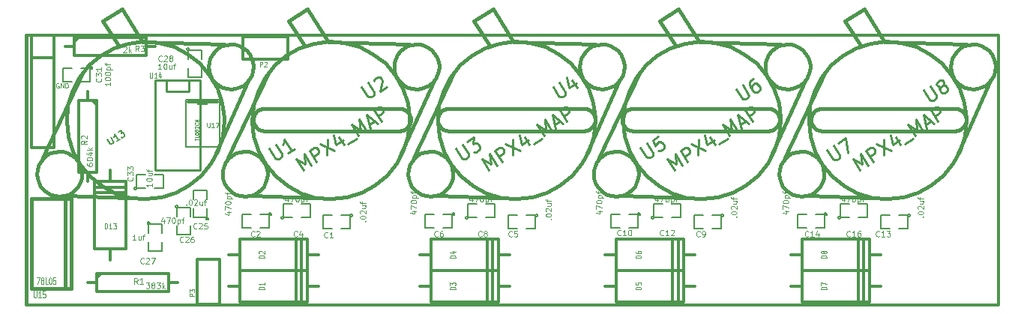
<source format=gto>
G04 (created by PCBNEW-RS274X (20100406 SVN-R2508)-final) date 6/3/2010 9:59:45 PM*
G01*
G70*
G90*
%MOIN*%
G04 Gerber Fmt 3.4, Leading zero omitted, Abs format*
%FSLAX34Y34*%
G04 APERTURE LIST*
%ADD10C,0.006000*%
%ADD11C,0.012000*%
%ADD12C,0.015000*%
%ADD13C,0.003300*%
%ADD14C,0.005000*%
%ADD15C,0.010000*%
%ADD16C,0.004000*%
%ADD17C,0.004200*%
%ADD18C,0.002000*%
%ADD19C,0.002500*%
G04 APERTURE END LIST*
G54D10*
G54D11*
X64250Y-43250D02*
X21000Y-43250D01*
X64250Y-55250D02*
X64250Y-43250D01*
X21000Y-55250D02*
X64250Y-55250D01*
X28200Y-46200D02*
X29500Y-46200D01*
G54D12*
X21000Y-55200D02*
X21000Y-55000D01*
X54000Y-47500D02*
X48000Y-47500D01*
X31600Y-46500D02*
X31557Y-46502D01*
X31514Y-46508D01*
X31471Y-46518D01*
X31429Y-46531D01*
X31389Y-46547D01*
X31351Y-46567D01*
X31314Y-46591D01*
X31279Y-46617D01*
X31247Y-46647D01*
X31217Y-46679D01*
X31191Y-46714D01*
X31167Y-46751D01*
X31147Y-46789D01*
X31131Y-46829D01*
X31118Y-46871D01*
X31108Y-46914D01*
X31102Y-46957D01*
X31100Y-47000D01*
X31100Y-47000D02*
X31102Y-47043D01*
X31108Y-47086D01*
X31118Y-47129D01*
X31131Y-47171D01*
X31147Y-47211D01*
X31167Y-47249D01*
X31191Y-47286D01*
X31217Y-47321D01*
X31247Y-47353D01*
X31279Y-47383D01*
X31314Y-47409D01*
X31351Y-47433D01*
X31389Y-47453D01*
X31429Y-47469D01*
X31471Y-47482D01*
X31514Y-47492D01*
X31557Y-47498D01*
X31600Y-47500D01*
X37600Y-47500D02*
X37643Y-47498D01*
X37686Y-47492D01*
X37729Y-47482D01*
X37771Y-47469D01*
X37811Y-47453D01*
X37850Y-47433D01*
X37886Y-47409D01*
X37921Y-47383D01*
X37953Y-47353D01*
X37983Y-47321D01*
X38009Y-47286D01*
X38033Y-47249D01*
X38053Y-47211D01*
X38069Y-47171D01*
X38082Y-47129D01*
X38092Y-47086D01*
X38098Y-47043D01*
X38100Y-47000D01*
X38100Y-47000D02*
X38098Y-46957D01*
X38092Y-46914D01*
X38082Y-46871D01*
X38069Y-46829D01*
X38053Y-46789D01*
X38033Y-46751D01*
X38009Y-46714D01*
X37983Y-46679D01*
X37953Y-46647D01*
X37921Y-46617D01*
X37886Y-46591D01*
X37850Y-46567D01*
X37811Y-46547D01*
X37771Y-46531D01*
X37729Y-46518D01*
X37686Y-46508D01*
X37643Y-46502D01*
X37600Y-46500D01*
X39800Y-46500D02*
X39757Y-46502D01*
X39714Y-46508D01*
X39671Y-46518D01*
X39629Y-46531D01*
X39589Y-46547D01*
X39551Y-46567D01*
X39514Y-46591D01*
X39479Y-46617D01*
X39447Y-46647D01*
X39417Y-46679D01*
X39391Y-46714D01*
X39367Y-46751D01*
X39347Y-46789D01*
X39331Y-46829D01*
X39318Y-46871D01*
X39308Y-46914D01*
X39302Y-46957D01*
X39300Y-47000D01*
X39300Y-47000D02*
X39302Y-47043D01*
X39308Y-47086D01*
X39318Y-47129D01*
X39331Y-47171D01*
X39347Y-47211D01*
X39367Y-47249D01*
X39391Y-47286D01*
X39417Y-47321D01*
X39447Y-47353D01*
X39479Y-47383D01*
X39514Y-47409D01*
X39551Y-47433D01*
X39589Y-47453D01*
X39629Y-47469D01*
X39671Y-47482D01*
X39714Y-47492D01*
X39757Y-47498D01*
X39800Y-47500D01*
X45800Y-47500D02*
X45843Y-47498D01*
X45886Y-47492D01*
X45929Y-47482D01*
X45971Y-47469D01*
X46011Y-47453D01*
X46050Y-47433D01*
X46086Y-47409D01*
X46121Y-47383D01*
X46153Y-47353D01*
X46183Y-47321D01*
X46209Y-47286D01*
X46233Y-47249D01*
X46253Y-47211D01*
X46269Y-47171D01*
X46282Y-47129D01*
X46292Y-47086D01*
X46298Y-47043D01*
X46300Y-47000D01*
X46300Y-47000D02*
X46298Y-46957D01*
X46292Y-46914D01*
X46282Y-46871D01*
X46269Y-46829D01*
X46253Y-46789D01*
X46233Y-46751D01*
X46209Y-46714D01*
X46183Y-46679D01*
X46153Y-46647D01*
X46121Y-46617D01*
X46086Y-46591D01*
X46050Y-46567D01*
X46011Y-46547D01*
X45971Y-46531D01*
X45929Y-46518D01*
X45886Y-46508D01*
X45843Y-46502D01*
X45800Y-46500D01*
X48000Y-46500D02*
X47957Y-46502D01*
X47914Y-46508D01*
X47871Y-46518D01*
X47829Y-46531D01*
X47789Y-46547D01*
X47751Y-46567D01*
X47714Y-46591D01*
X47679Y-46617D01*
X47647Y-46647D01*
X47617Y-46679D01*
X47591Y-46714D01*
X47567Y-46751D01*
X47547Y-46789D01*
X47531Y-46829D01*
X47518Y-46871D01*
X47508Y-46914D01*
X47502Y-46957D01*
X47500Y-47000D01*
X47500Y-47000D02*
X47502Y-47043D01*
X47508Y-47086D01*
X47518Y-47129D01*
X47531Y-47171D01*
X47547Y-47211D01*
X47567Y-47249D01*
X47591Y-47286D01*
X47617Y-47321D01*
X47647Y-47353D01*
X47679Y-47383D01*
X47714Y-47409D01*
X47751Y-47433D01*
X47789Y-47453D01*
X47829Y-47469D01*
X47871Y-47482D01*
X47914Y-47492D01*
X47957Y-47498D01*
X48000Y-47500D01*
X54000Y-47500D02*
X54043Y-47498D01*
X54086Y-47492D01*
X54129Y-47482D01*
X54171Y-47469D01*
X54211Y-47453D01*
X54250Y-47433D01*
X54286Y-47409D01*
X54321Y-47383D01*
X54353Y-47353D01*
X54383Y-47321D01*
X54409Y-47286D01*
X54433Y-47249D01*
X54453Y-47211D01*
X54469Y-47171D01*
X54482Y-47129D01*
X54492Y-47086D01*
X54498Y-47043D01*
X54500Y-47000D01*
X54500Y-47000D02*
X54498Y-46957D01*
X54492Y-46914D01*
X54482Y-46871D01*
X54469Y-46829D01*
X54453Y-46789D01*
X54433Y-46751D01*
X54409Y-46714D01*
X54383Y-46679D01*
X54353Y-46647D01*
X54321Y-46617D01*
X54286Y-46591D01*
X54250Y-46567D01*
X54211Y-46547D01*
X54171Y-46531D01*
X54129Y-46518D01*
X54086Y-46508D01*
X54043Y-46502D01*
X54000Y-46500D01*
X55900Y-47000D02*
X55902Y-47043D01*
X55908Y-47086D01*
X55918Y-47129D01*
X55931Y-47171D01*
X55947Y-47211D01*
X55967Y-47249D01*
X55991Y-47286D01*
X56017Y-47321D01*
X56047Y-47353D01*
X56079Y-47383D01*
X56114Y-47409D01*
X56151Y-47433D01*
X56189Y-47453D01*
X56229Y-47469D01*
X56271Y-47482D01*
X56314Y-47492D01*
X56357Y-47498D01*
X56400Y-47500D01*
X56400Y-46500D02*
X56357Y-46502D01*
X56314Y-46508D01*
X56271Y-46518D01*
X56229Y-46531D01*
X56189Y-46547D01*
X56151Y-46567D01*
X56114Y-46591D01*
X56079Y-46617D01*
X56047Y-46647D01*
X56017Y-46679D01*
X55991Y-46714D01*
X55967Y-46751D01*
X55947Y-46789D01*
X55931Y-46829D01*
X55918Y-46871D01*
X55908Y-46914D01*
X55902Y-46957D01*
X55900Y-47000D01*
X62300Y-47500D02*
X62343Y-47498D01*
X62386Y-47492D01*
X62429Y-47482D01*
X62471Y-47469D01*
X62511Y-47453D01*
X62550Y-47433D01*
X62586Y-47409D01*
X62621Y-47383D01*
X62653Y-47353D01*
X62683Y-47321D01*
X62709Y-47286D01*
X62733Y-47249D01*
X62753Y-47211D01*
X62769Y-47171D01*
X62782Y-47129D01*
X62792Y-47086D01*
X62798Y-47043D01*
X62800Y-47000D01*
X62800Y-47000D02*
X62798Y-46957D01*
X62792Y-46914D01*
X62782Y-46871D01*
X62769Y-46829D01*
X62753Y-46789D01*
X62733Y-46751D01*
X62709Y-46714D01*
X62683Y-46679D01*
X62653Y-46647D01*
X62621Y-46617D01*
X62586Y-46591D01*
X62550Y-46567D01*
X62511Y-46547D01*
X62471Y-46531D01*
X62429Y-46518D01*
X62386Y-46508D01*
X62343Y-46502D01*
X62300Y-46500D01*
X31600Y-47500D02*
X37600Y-47500D01*
X37600Y-46500D02*
X31600Y-46500D01*
X39800Y-47500D02*
X45800Y-47500D01*
X45800Y-46500D02*
X39800Y-46500D01*
X54000Y-46500D02*
X48000Y-46500D01*
X56400Y-46500D02*
X62300Y-46500D01*
X62300Y-47500D02*
X56400Y-47500D01*
X21000Y-43250D02*
X21000Y-55000D01*
G54D13*
X22447Y-45390D02*
X22428Y-45381D01*
X22400Y-45381D01*
X22371Y-45390D01*
X22352Y-45410D01*
X22343Y-45429D01*
X22333Y-45467D01*
X22333Y-45495D01*
X22343Y-45533D01*
X22352Y-45552D01*
X22371Y-45571D01*
X22400Y-45581D01*
X22419Y-45581D01*
X22447Y-45571D01*
X22457Y-45562D01*
X22457Y-45495D01*
X22419Y-45495D01*
X22543Y-45581D02*
X22543Y-45381D01*
X22657Y-45581D01*
X22657Y-45381D01*
X22753Y-45581D02*
X22753Y-45381D01*
X22800Y-45381D01*
X22829Y-45390D01*
X22848Y-45410D01*
X22857Y-45429D01*
X22867Y-45467D01*
X22867Y-45495D01*
X22857Y-45533D01*
X22848Y-45552D01*
X22829Y-45571D01*
X22800Y-45581D01*
X22753Y-45581D01*
G54D11*
X25250Y-50000D02*
X25450Y-50000D01*
X25250Y-50250D02*
X25450Y-50250D01*
X24250Y-50250D02*
X24050Y-50250D01*
X24250Y-50000D02*
X24050Y-50000D01*
X24250Y-49750D02*
X24050Y-49750D01*
X25250Y-49750D02*
X25450Y-49750D01*
X25250Y-52750D02*
X25450Y-52750D01*
X24250Y-52750D02*
X24050Y-52750D01*
X24050Y-52750D02*
X24050Y-49750D01*
X24250Y-49750D02*
X25250Y-49750D01*
X25450Y-49750D02*
X25450Y-52750D01*
X25250Y-52750D02*
X24250Y-52750D01*
X24250Y-50000D02*
X25250Y-50000D01*
X25250Y-50250D02*
X24250Y-50250D01*
X24750Y-52750D02*
X24750Y-53250D01*
X24750Y-49750D02*
X24750Y-49250D01*
X58250Y-53500D02*
X58250Y-53700D01*
X58000Y-53500D02*
X58000Y-53700D01*
X58000Y-52500D02*
X58000Y-52300D01*
X58250Y-52500D02*
X58250Y-52300D01*
X58500Y-52500D02*
X58500Y-52300D01*
X58500Y-53500D02*
X58500Y-53700D01*
X55500Y-53500D02*
X55500Y-53700D01*
X55500Y-52500D02*
X55500Y-52300D01*
X55500Y-52300D02*
X58500Y-52300D01*
X58500Y-52500D02*
X58500Y-53500D01*
X58500Y-53700D02*
X55500Y-53700D01*
X55500Y-53500D02*
X55500Y-52500D01*
X58250Y-52500D02*
X58250Y-53500D01*
X58000Y-53500D02*
X58000Y-52500D01*
X55500Y-53000D02*
X55000Y-53000D01*
X58500Y-53000D02*
X59000Y-53000D01*
X58250Y-54900D02*
X58250Y-55100D01*
X58000Y-54900D02*
X58000Y-55100D01*
X58000Y-53900D02*
X58000Y-53700D01*
X58250Y-53900D02*
X58250Y-53700D01*
X58500Y-53900D02*
X58500Y-53700D01*
X58500Y-54900D02*
X58500Y-55100D01*
X55500Y-54900D02*
X55500Y-55100D01*
X55500Y-53900D02*
X55500Y-53700D01*
X55500Y-53700D02*
X58500Y-53700D01*
X58500Y-53900D02*
X58500Y-54900D01*
X58500Y-55100D02*
X55500Y-55100D01*
X55500Y-54900D02*
X55500Y-53900D01*
X58250Y-53900D02*
X58250Y-54900D01*
X58000Y-54900D02*
X58000Y-53900D01*
X55500Y-54400D02*
X55000Y-54400D01*
X58500Y-54400D02*
X59000Y-54400D01*
X50000Y-53500D02*
X50000Y-53700D01*
X49750Y-53500D02*
X49750Y-53700D01*
X49750Y-52500D02*
X49750Y-52300D01*
X50000Y-52500D02*
X50000Y-52300D01*
X50250Y-52500D02*
X50250Y-52300D01*
X50250Y-53500D02*
X50250Y-53700D01*
X47250Y-53500D02*
X47250Y-53700D01*
X47250Y-52500D02*
X47250Y-52300D01*
X47250Y-52300D02*
X50250Y-52300D01*
X50250Y-52500D02*
X50250Y-53500D01*
X50250Y-53700D02*
X47250Y-53700D01*
X47250Y-53500D02*
X47250Y-52500D01*
X50000Y-52500D02*
X50000Y-53500D01*
X49750Y-53500D02*
X49750Y-52500D01*
X47250Y-53000D02*
X46750Y-53000D01*
X50250Y-53000D02*
X50750Y-53000D01*
X50000Y-54900D02*
X50000Y-55100D01*
X49750Y-54900D02*
X49750Y-55100D01*
X49750Y-53900D02*
X49750Y-53700D01*
X50000Y-53900D02*
X50000Y-53700D01*
X50250Y-53900D02*
X50250Y-53700D01*
X50250Y-54900D02*
X50250Y-55100D01*
X47250Y-54900D02*
X47250Y-55100D01*
X47250Y-53900D02*
X47250Y-53700D01*
X47250Y-53700D02*
X50250Y-53700D01*
X50250Y-53900D02*
X50250Y-54900D01*
X50250Y-55100D02*
X47250Y-55100D01*
X47250Y-54900D02*
X47250Y-53900D01*
X50000Y-53900D02*
X50000Y-54900D01*
X49750Y-54900D02*
X49750Y-53900D01*
X47250Y-54400D02*
X46750Y-54400D01*
X50250Y-54400D02*
X50750Y-54400D01*
X41750Y-53500D02*
X41750Y-53700D01*
X41500Y-53500D02*
X41500Y-53700D01*
X41500Y-52500D02*
X41500Y-52300D01*
X41750Y-52500D02*
X41750Y-52300D01*
X42000Y-52500D02*
X42000Y-52300D01*
X42000Y-53500D02*
X42000Y-53700D01*
X39000Y-53500D02*
X39000Y-53700D01*
X39000Y-52500D02*
X39000Y-52300D01*
X39000Y-52300D02*
X42000Y-52300D01*
X42000Y-52500D02*
X42000Y-53500D01*
X42000Y-53700D02*
X39000Y-53700D01*
X39000Y-53500D02*
X39000Y-52500D01*
X41750Y-52500D02*
X41750Y-53500D01*
X41500Y-53500D02*
X41500Y-52500D01*
X39000Y-53000D02*
X38500Y-53000D01*
X42000Y-53000D02*
X42500Y-53000D01*
X41750Y-54900D02*
X41750Y-55100D01*
X41500Y-54900D02*
X41500Y-55100D01*
X41500Y-53900D02*
X41500Y-53700D01*
X41750Y-53900D02*
X41750Y-53700D01*
X42000Y-53900D02*
X42000Y-53700D01*
X42000Y-54900D02*
X42000Y-55100D01*
X39000Y-54900D02*
X39000Y-55100D01*
X39000Y-53900D02*
X39000Y-53700D01*
X39000Y-53700D02*
X42000Y-53700D01*
X42000Y-53900D02*
X42000Y-54900D01*
X42000Y-55100D02*
X39000Y-55100D01*
X39000Y-54900D02*
X39000Y-53900D01*
X41750Y-53900D02*
X41750Y-54900D01*
X41500Y-54900D02*
X41500Y-53900D01*
X39000Y-54400D02*
X38500Y-54400D01*
X42000Y-54400D02*
X42500Y-54400D01*
X33250Y-53500D02*
X33250Y-53700D01*
X33000Y-53500D02*
X33000Y-53700D01*
X33000Y-52500D02*
X33000Y-52300D01*
X33250Y-52500D02*
X33250Y-52300D01*
X33500Y-52500D02*
X33500Y-52300D01*
X33500Y-53500D02*
X33500Y-53700D01*
X30500Y-53500D02*
X30500Y-53700D01*
X30500Y-52500D02*
X30500Y-52300D01*
X30500Y-52300D02*
X33500Y-52300D01*
X33500Y-52500D02*
X33500Y-53500D01*
X33500Y-53700D02*
X30500Y-53700D01*
X30500Y-53500D02*
X30500Y-52500D01*
X33250Y-52500D02*
X33250Y-53500D01*
X33000Y-53500D02*
X33000Y-52500D01*
X30500Y-53000D02*
X30000Y-53000D01*
X33500Y-53000D02*
X34000Y-53000D01*
X33250Y-54900D02*
X33250Y-55100D01*
X33000Y-54900D02*
X33000Y-55100D01*
X33000Y-53900D02*
X33000Y-53700D01*
X33250Y-53900D02*
X33250Y-53700D01*
X33500Y-53900D02*
X33500Y-53700D01*
X33500Y-54900D02*
X33500Y-55100D01*
X30500Y-54900D02*
X30500Y-55100D01*
X30500Y-53900D02*
X30500Y-53700D01*
X30500Y-53700D02*
X33500Y-53700D01*
X33500Y-53900D02*
X33500Y-54900D01*
X33500Y-55100D02*
X30500Y-55100D01*
X30500Y-54900D02*
X30500Y-53900D01*
X33250Y-53900D02*
X33250Y-54900D01*
X33000Y-54900D02*
X33000Y-53900D01*
X30500Y-54400D02*
X30000Y-54400D01*
X33500Y-54400D02*
X34000Y-54400D01*
X23750Y-54250D02*
X24150Y-54250D01*
X24150Y-54250D02*
X24150Y-53850D01*
X24150Y-53850D02*
X27350Y-53850D01*
X27350Y-53850D02*
X27350Y-54650D01*
X27350Y-54650D02*
X24150Y-54650D01*
X24150Y-54650D02*
X24150Y-54250D01*
X24150Y-54050D02*
X24350Y-53850D01*
X27750Y-54250D02*
X27350Y-54250D01*
X23750Y-45750D02*
X23750Y-46150D01*
X23750Y-46150D02*
X24150Y-46150D01*
X24150Y-46150D02*
X24150Y-49350D01*
X24150Y-49350D02*
X23350Y-49350D01*
X23350Y-49350D02*
X23350Y-46150D01*
X23350Y-46150D02*
X23750Y-46150D01*
X23950Y-46150D02*
X24150Y-46350D01*
X23750Y-49750D02*
X23750Y-49350D01*
X22750Y-43750D02*
X23150Y-43750D01*
X23150Y-43750D02*
X23150Y-43350D01*
X23150Y-43350D02*
X26350Y-43350D01*
X26350Y-43350D02*
X26350Y-44150D01*
X26350Y-44150D02*
X23150Y-44150D01*
X23150Y-44150D02*
X23150Y-43750D01*
X23150Y-43550D02*
X23350Y-43350D01*
X26750Y-43750D02*
X26350Y-43750D01*
G54D12*
X33326Y-43656D02*
X32664Y-42596D01*
X32664Y-42596D02*
X33512Y-42066D01*
X33512Y-42066D02*
X34439Y-43551D01*
X29987Y-48691D02*
X31763Y-44928D01*
X34651Y-50494D02*
X31047Y-50387D01*
X37619Y-48639D02*
X39103Y-45353D01*
X34439Y-43551D02*
X38043Y-43657D01*
X39360Y-44637D02*
X39340Y-44831D01*
X39284Y-45017D01*
X39193Y-45189D01*
X39069Y-45340D01*
X38919Y-45465D01*
X38748Y-45557D01*
X38561Y-45615D01*
X38367Y-45635D01*
X38174Y-45618D01*
X37987Y-45563D01*
X37814Y-45472D01*
X37663Y-45350D01*
X37537Y-45201D01*
X37443Y-45030D01*
X37384Y-44844D01*
X37363Y-44650D01*
X37379Y-44457D01*
X37433Y-44270D01*
X37522Y-44096D01*
X37643Y-43944D01*
X37791Y-43817D01*
X37962Y-43722D01*
X38147Y-43662D01*
X38341Y-43639D01*
X38534Y-43654D01*
X38722Y-43706D01*
X38896Y-43794D01*
X39049Y-43914D01*
X39177Y-44062D01*
X39273Y-44231D01*
X39335Y-44416D01*
X39359Y-44610D01*
X39360Y-44637D01*
X31729Y-49407D02*
X31709Y-49601D01*
X31653Y-49788D01*
X31561Y-49960D01*
X31438Y-50111D01*
X31288Y-50236D01*
X31116Y-50328D01*
X30930Y-50386D01*
X30735Y-50406D01*
X30542Y-50389D01*
X30355Y-50334D01*
X30182Y-50243D01*
X30030Y-50121D01*
X29904Y-49971D01*
X29810Y-49800D01*
X29751Y-49614D01*
X29730Y-49420D01*
X29746Y-49227D01*
X29800Y-49039D01*
X29889Y-48866D01*
X30010Y-48713D01*
X30159Y-48586D01*
X30329Y-48491D01*
X30515Y-48431D01*
X30709Y-48408D01*
X30902Y-48423D01*
X31090Y-48475D01*
X31264Y-48563D01*
X31418Y-48683D01*
X31546Y-48831D01*
X31642Y-49001D01*
X31704Y-49186D01*
X31728Y-49380D01*
X31729Y-49407D01*
X38045Y-47022D02*
X37978Y-47701D01*
X37780Y-48355D01*
X37460Y-48958D01*
X37028Y-49488D01*
X36502Y-49923D01*
X35901Y-50248D01*
X35248Y-50450D01*
X34569Y-50521D01*
X33890Y-50460D01*
X33234Y-50267D01*
X32629Y-49950D01*
X32097Y-49522D01*
X31658Y-48999D01*
X31329Y-48400D01*
X31122Y-47749D01*
X31046Y-47070D01*
X31103Y-46391D01*
X31291Y-45734D01*
X31604Y-45127D01*
X32028Y-44591D01*
X32548Y-44148D01*
X33144Y-43815D01*
X33794Y-43604D01*
X34472Y-43523D01*
X35152Y-43576D01*
X35810Y-43759D01*
X36420Y-44067D01*
X36958Y-44488D01*
X37405Y-45005D01*
X37742Y-45599D01*
X37958Y-46247D01*
X38043Y-46925D01*
X38045Y-47022D01*
X41576Y-43656D02*
X40914Y-42596D01*
X40914Y-42596D02*
X41762Y-42066D01*
X41762Y-42066D02*
X42689Y-43551D01*
X38237Y-48691D02*
X40013Y-44928D01*
X42901Y-50494D02*
X39297Y-50387D01*
X45869Y-48639D02*
X47353Y-45353D01*
X42689Y-43551D02*
X46293Y-43657D01*
X47610Y-44637D02*
X47590Y-44831D01*
X47534Y-45017D01*
X47443Y-45189D01*
X47319Y-45340D01*
X47169Y-45465D01*
X46998Y-45557D01*
X46811Y-45615D01*
X46617Y-45635D01*
X46424Y-45618D01*
X46237Y-45563D01*
X46064Y-45472D01*
X45913Y-45350D01*
X45787Y-45201D01*
X45693Y-45030D01*
X45634Y-44844D01*
X45613Y-44650D01*
X45629Y-44457D01*
X45683Y-44270D01*
X45772Y-44096D01*
X45893Y-43944D01*
X46041Y-43817D01*
X46212Y-43722D01*
X46397Y-43662D01*
X46591Y-43639D01*
X46784Y-43654D01*
X46972Y-43706D01*
X47146Y-43794D01*
X47299Y-43914D01*
X47427Y-44062D01*
X47523Y-44231D01*
X47585Y-44416D01*
X47609Y-44610D01*
X47610Y-44637D01*
X39979Y-49407D02*
X39959Y-49601D01*
X39903Y-49788D01*
X39811Y-49960D01*
X39688Y-50111D01*
X39538Y-50236D01*
X39366Y-50328D01*
X39180Y-50386D01*
X38985Y-50406D01*
X38792Y-50389D01*
X38605Y-50334D01*
X38432Y-50243D01*
X38280Y-50121D01*
X38154Y-49971D01*
X38060Y-49800D01*
X38001Y-49614D01*
X37980Y-49420D01*
X37996Y-49227D01*
X38050Y-49039D01*
X38139Y-48866D01*
X38260Y-48713D01*
X38409Y-48586D01*
X38579Y-48491D01*
X38765Y-48431D01*
X38959Y-48408D01*
X39152Y-48423D01*
X39340Y-48475D01*
X39514Y-48563D01*
X39668Y-48683D01*
X39796Y-48831D01*
X39892Y-49001D01*
X39954Y-49186D01*
X39978Y-49380D01*
X39979Y-49407D01*
X46295Y-47022D02*
X46228Y-47701D01*
X46030Y-48355D01*
X45710Y-48958D01*
X45278Y-49488D01*
X44752Y-49923D01*
X44151Y-50248D01*
X43498Y-50450D01*
X42819Y-50521D01*
X42140Y-50460D01*
X41484Y-50267D01*
X40879Y-49950D01*
X40347Y-49522D01*
X39908Y-48999D01*
X39579Y-48400D01*
X39372Y-47749D01*
X39296Y-47070D01*
X39353Y-46391D01*
X39541Y-45734D01*
X39854Y-45127D01*
X40278Y-44591D01*
X40798Y-44148D01*
X41394Y-43815D01*
X42044Y-43604D01*
X42722Y-43523D01*
X43402Y-43576D01*
X44060Y-43759D01*
X44670Y-44067D01*
X45208Y-44488D01*
X45655Y-45005D01*
X45992Y-45599D01*
X46208Y-46247D01*
X46293Y-46925D01*
X46295Y-47022D01*
X49826Y-43656D02*
X49164Y-42596D01*
X49164Y-42596D02*
X50012Y-42066D01*
X50012Y-42066D02*
X50939Y-43551D01*
X46487Y-48691D02*
X48263Y-44928D01*
X51151Y-50494D02*
X47547Y-50387D01*
X54119Y-48639D02*
X55603Y-45353D01*
X50939Y-43551D02*
X54543Y-43657D01*
X55860Y-44637D02*
X55840Y-44831D01*
X55784Y-45017D01*
X55693Y-45189D01*
X55569Y-45340D01*
X55419Y-45465D01*
X55248Y-45557D01*
X55061Y-45615D01*
X54867Y-45635D01*
X54674Y-45618D01*
X54487Y-45563D01*
X54314Y-45472D01*
X54163Y-45350D01*
X54037Y-45201D01*
X53943Y-45030D01*
X53884Y-44844D01*
X53863Y-44650D01*
X53879Y-44457D01*
X53933Y-44270D01*
X54022Y-44096D01*
X54143Y-43944D01*
X54291Y-43817D01*
X54462Y-43722D01*
X54647Y-43662D01*
X54841Y-43639D01*
X55034Y-43654D01*
X55222Y-43706D01*
X55396Y-43794D01*
X55549Y-43914D01*
X55677Y-44062D01*
X55773Y-44231D01*
X55835Y-44416D01*
X55859Y-44610D01*
X55860Y-44637D01*
X48229Y-49407D02*
X48209Y-49601D01*
X48153Y-49788D01*
X48061Y-49960D01*
X47938Y-50111D01*
X47788Y-50236D01*
X47616Y-50328D01*
X47430Y-50386D01*
X47235Y-50406D01*
X47042Y-50389D01*
X46855Y-50334D01*
X46682Y-50243D01*
X46530Y-50121D01*
X46404Y-49971D01*
X46310Y-49800D01*
X46251Y-49614D01*
X46230Y-49420D01*
X46246Y-49227D01*
X46300Y-49039D01*
X46389Y-48866D01*
X46510Y-48713D01*
X46659Y-48586D01*
X46829Y-48491D01*
X47015Y-48431D01*
X47209Y-48408D01*
X47402Y-48423D01*
X47590Y-48475D01*
X47764Y-48563D01*
X47918Y-48683D01*
X48046Y-48831D01*
X48142Y-49001D01*
X48204Y-49186D01*
X48228Y-49380D01*
X48229Y-49407D01*
X54545Y-47022D02*
X54478Y-47701D01*
X54280Y-48355D01*
X53960Y-48958D01*
X53528Y-49488D01*
X53002Y-49923D01*
X52401Y-50248D01*
X51748Y-50450D01*
X51069Y-50521D01*
X50390Y-50460D01*
X49734Y-50267D01*
X49129Y-49950D01*
X48597Y-49522D01*
X48158Y-48999D01*
X47829Y-48400D01*
X47622Y-47749D01*
X47546Y-47070D01*
X47603Y-46391D01*
X47791Y-45734D01*
X48104Y-45127D01*
X48528Y-44591D01*
X49048Y-44148D01*
X49644Y-43815D01*
X50294Y-43604D01*
X50972Y-43523D01*
X51652Y-43576D01*
X52310Y-43759D01*
X52920Y-44067D01*
X53458Y-44488D01*
X53905Y-45005D01*
X54242Y-45599D01*
X54458Y-46247D01*
X54543Y-46925D01*
X54545Y-47022D01*
X58076Y-43656D02*
X57414Y-42596D01*
X57414Y-42596D02*
X58262Y-42066D01*
X58262Y-42066D02*
X59189Y-43551D01*
X54737Y-48691D02*
X56513Y-44928D01*
X59401Y-50494D02*
X55797Y-50387D01*
X62369Y-48639D02*
X63853Y-45353D01*
X59189Y-43551D02*
X62793Y-43657D01*
X64110Y-44637D02*
X64090Y-44831D01*
X64034Y-45017D01*
X63943Y-45189D01*
X63819Y-45340D01*
X63669Y-45465D01*
X63498Y-45557D01*
X63311Y-45615D01*
X63117Y-45635D01*
X62924Y-45618D01*
X62737Y-45563D01*
X62564Y-45472D01*
X62413Y-45350D01*
X62287Y-45201D01*
X62193Y-45030D01*
X62134Y-44844D01*
X62113Y-44650D01*
X62129Y-44457D01*
X62183Y-44270D01*
X62272Y-44096D01*
X62393Y-43944D01*
X62541Y-43817D01*
X62712Y-43722D01*
X62897Y-43662D01*
X63091Y-43639D01*
X63284Y-43654D01*
X63472Y-43706D01*
X63646Y-43794D01*
X63799Y-43914D01*
X63927Y-44062D01*
X64023Y-44231D01*
X64085Y-44416D01*
X64109Y-44610D01*
X64110Y-44637D01*
X56479Y-49407D02*
X56459Y-49601D01*
X56403Y-49788D01*
X56311Y-49960D01*
X56188Y-50111D01*
X56038Y-50236D01*
X55866Y-50328D01*
X55680Y-50386D01*
X55485Y-50406D01*
X55292Y-50389D01*
X55105Y-50334D01*
X54932Y-50243D01*
X54780Y-50121D01*
X54654Y-49971D01*
X54560Y-49800D01*
X54501Y-49614D01*
X54480Y-49420D01*
X54496Y-49227D01*
X54550Y-49039D01*
X54639Y-48866D01*
X54760Y-48713D01*
X54909Y-48586D01*
X55079Y-48491D01*
X55265Y-48431D01*
X55459Y-48408D01*
X55652Y-48423D01*
X55840Y-48475D01*
X56014Y-48563D01*
X56168Y-48683D01*
X56296Y-48831D01*
X56392Y-49001D01*
X56454Y-49186D01*
X56478Y-49380D01*
X56479Y-49407D01*
X62795Y-47022D02*
X62728Y-47701D01*
X62530Y-48355D01*
X62210Y-48958D01*
X61778Y-49488D01*
X61252Y-49923D01*
X60651Y-50248D01*
X59998Y-50450D01*
X59319Y-50521D01*
X58640Y-50460D01*
X57984Y-50267D01*
X57379Y-49950D01*
X56847Y-49522D01*
X56408Y-48999D01*
X56079Y-48400D01*
X55872Y-47749D01*
X55796Y-47070D01*
X55853Y-46391D01*
X56041Y-45734D01*
X56354Y-45127D01*
X56778Y-44591D01*
X57298Y-44148D01*
X57894Y-43815D01*
X58544Y-43604D01*
X59222Y-43523D01*
X59902Y-43576D01*
X60560Y-43759D01*
X61170Y-44067D01*
X61708Y-44488D01*
X62155Y-45005D01*
X62492Y-45599D01*
X62708Y-46247D01*
X62793Y-46925D01*
X62795Y-47022D01*
X25076Y-43656D02*
X24414Y-42596D01*
X24414Y-42596D02*
X25262Y-42066D01*
X25262Y-42066D02*
X26189Y-43551D01*
X21737Y-48691D02*
X23513Y-44928D01*
X26401Y-50494D02*
X22797Y-50387D01*
X29369Y-48639D02*
X30853Y-45353D01*
X26189Y-43551D02*
X29793Y-43657D01*
X31110Y-44637D02*
X31090Y-44831D01*
X31034Y-45017D01*
X30943Y-45189D01*
X30819Y-45340D01*
X30669Y-45465D01*
X30498Y-45557D01*
X30311Y-45615D01*
X30117Y-45635D01*
X29924Y-45618D01*
X29737Y-45563D01*
X29564Y-45472D01*
X29413Y-45350D01*
X29287Y-45201D01*
X29193Y-45030D01*
X29134Y-44844D01*
X29113Y-44650D01*
X29129Y-44457D01*
X29183Y-44270D01*
X29272Y-44096D01*
X29393Y-43944D01*
X29541Y-43817D01*
X29712Y-43722D01*
X29897Y-43662D01*
X30091Y-43639D01*
X30284Y-43654D01*
X30472Y-43706D01*
X30646Y-43794D01*
X30799Y-43914D01*
X30927Y-44062D01*
X31023Y-44231D01*
X31085Y-44416D01*
X31109Y-44610D01*
X31110Y-44637D01*
X23479Y-49407D02*
X23459Y-49601D01*
X23403Y-49788D01*
X23311Y-49960D01*
X23188Y-50111D01*
X23038Y-50236D01*
X22866Y-50328D01*
X22680Y-50386D01*
X22485Y-50406D01*
X22292Y-50389D01*
X22105Y-50334D01*
X21932Y-50243D01*
X21780Y-50121D01*
X21654Y-49971D01*
X21560Y-49800D01*
X21501Y-49614D01*
X21480Y-49420D01*
X21496Y-49227D01*
X21550Y-49039D01*
X21639Y-48866D01*
X21760Y-48713D01*
X21909Y-48586D01*
X22079Y-48491D01*
X22265Y-48431D01*
X22459Y-48408D01*
X22652Y-48423D01*
X22840Y-48475D01*
X23014Y-48563D01*
X23168Y-48683D01*
X23296Y-48831D01*
X23392Y-49001D01*
X23454Y-49186D01*
X23478Y-49380D01*
X23479Y-49407D01*
X29795Y-47022D02*
X29728Y-47701D01*
X29530Y-48355D01*
X29210Y-48958D01*
X28778Y-49488D01*
X28252Y-49923D01*
X27651Y-50248D01*
X26998Y-50450D01*
X26319Y-50521D01*
X25640Y-50460D01*
X24984Y-50267D01*
X24379Y-49950D01*
X23847Y-49522D01*
X23408Y-48999D01*
X23079Y-48400D01*
X22872Y-47749D01*
X22796Y-47070D01*
X22853Y-46391D01*
X23041Y-45734D01*
X23354Y-45127D01*
X23778Y-44591D01*
X24298Y-44148D01*
X24894Y-43815D01*
X25544Y-43604D01*
X26222Y-43523D01*
X26902Y-43576D01*
X27560Y-43759D01*
X28170Y-44067D01*
X28708Y-44488D01*
X29155Y-45005D01*
X29492Y-45599D01*
X29708Y-46247D01*
X29793Y-46925D01*
X29795Y-47022D01*
X58076Y-43656D02*
X57414Y-42596D01*
X57414Y-42596D02*
X58262Y-42066D01*
X58262Y-42066D02*
X59189Y-43551D01*
X54737Y-48691D02*
X56513Y-44928D01*
X59401Y-50494D02*
X55797Y-50387D01*
X62369Y-48639D02*
X63853Y-45353D01*
X59189Y-43551D02*
X62793Y-43657D01*
X64110Y-44637D02*
X64090Y-44831D01*
X64034Y-45017D01*
X63943Y-45189D01*
X63819Y-45340D01*
X63669Y-45465D01*
X63498Y-45557D01*
X63311Y-45615D01*
X63117Y-45635D01*
X62924Y-45618D01*
X62737Y-45563D01*
X62564Y-45472D01*
X62413Y-45350D01*
X62287Y-45201D01*
X62193Y-45030D01*
X62134Y-44844D01*
X62113Y-44650D01*
X62129Y-44457D01*
X62183Y-44270D01*
X62272Y-44096D01*
X62393Y-43944D01*
X62541Y-43817D01*
X62712Y-43722D01*
X62897Y-43662D01*
X63091Y-43639D01*
X63284Y-43654D01*
X63472Y-43706D01*
X63646Y-43794D01*
X63799Y-43914D01*
X63927Y-44062D01*
X64023Y-44231D01*
X64085Y-44416D01*
X64109Y-44610D01*
X64110Y-44637D01*
X56479Y-49407D02*
X56459Y-49601D01*
X56403Y-49788D01*
X56311Y-49960D01*
X56188Y-50111D01*
X56038Y-50236D01*
X55866Y-50328D01*
X55680Y-50386D01*
X55485Y-50406D01*
X55292Y-50389D01*
X55105Y-50334D01*
X54932Y-50243D01*
X54780Y-50121D01*
X54654Y-49971D01*
X54560Y-49800D01*
X54501Y-49614D01*
X54480Y-49420D01*
X54496Y-49227D01*
X54550Y-49039D01*
X54639Y-48866D01*
X54760Y-48713D01*
X54909Y-48586D01*
X55079Y-48491D01*
X55265Y-48431D01*
X55459Y-48408D01*
X55652Y-48423D01*
X55840Y-48475D01*
X56014Y-48563D01*
X56168Y-48683D01*
X56296Y-48831D01*
X56392Y-49001D01*
X56454Y-49186D01*
X56478Y-49380D01*
X56479Y-49407D01*
X62795Y-47022D02*
X62728Y-47701D01*
X62530Y-48355D01*
X62210Y-48958D01*
X61778Y-49488D01*
X61252Y-49923D01*
X60651Y-50248D01*
X59998Y-50450D01*
X59319Y-50521D01*
X58640Y-50460D01*
X57984Y-50267D01*
X57379Y-49950D01*
X56847Y-49522D01*
X56408Y-48999D01*
X56079Y-48400D01*
X55872Y-47749D01*
X55796Y-47070D01*
X55853Y-46391D01*
X56041Y-45734D01*
X56354Y-45127D01*
X56778Y-44591D01*
X57298Y-44148D01*
X57894Y-43815D01*
X58544Y-43604D01*
X59222Y-43523D01*
X59902Y-43576D01*
X60560Y-43759D01*
X61170Y-44067D01*
X61708Y-44488D01*
X62155Y-45005D01*
X62492Y-45599D01*
X62708Y-46247D01*
X62793Y-46925D01*
X62795Y-47022D01*
X49826Y-43656D02*
X49164Y-42596D01*
X49164Y-42596D02*
X50012Y-42066D01*
X50012Y-42066D02*
X50939Y-43551D01*
X46487Y-48691D02*
X48263Y-44928D01*
X51151Y-50494D02*
X47547Y-50387D01*
X54119Y-48639D02*
X55603Y-45353D01*
X50939Y-43551D02*
X54543Y-43657D01*
X55860Y-44637D02*
X55840Y-44831D01*
X55784Y-45017D01*
X55693Y-45189D01*
X55569Y-45340D01*
X55419Y-45465D01*
X55248Y-45557D01*
X55061Y-45615D01*
X54867Y-45635D01*
X54674Y-45618D01*
X54487Y-45563D01*
X54314Y-45472D01*
X54163Y-45350D01*
X54037Y-45201D01*
X53943Y-45030D01*
X53884Y-44844D01*
X53863Y-44650D01*
X53879Y-44457D01*
X53933Y-44270D01*
X54022Y-44096D01*
X54143Y-43944D01*
X54291Y-43817D01*
X54462Y-43722D01*
X54647Y-43662D01*
X54841Y-43639D01*
X55034Y-43654D01*
X55222Y-43706D01*
X55396Y-43794D01*
X55549Y-43914D01*
X55677Y-44062D01*
X55773Y-44231D01*
X55835Y-44416D01*
X55859Y-44610D01*
X55860Y-44637D01*
X48229Y-49407D02*
X48209Y-49601D01*
X48153Y-49788D01*
X48061Y-49960D01*
X47938Y-50111D01*
X47788Y-50236D01*
X47616Y-50328D01*
X47430Y-50386D01*
X47235Y-50406D01*
X47042Y-50389D01*
X46855Y-50334D01*
X46682Y-50243D01*
X46530Y-50121D01*
X46404Y-49971D01*
X46310Y-49800D01*
X46251Y-49614D01*
X46230Y-49420D01*
X46246Y-49227D01*
X46300Y-49039D01*
X46389Y-48866D01*
X46510Y-48713D01*
X46659Y-48586D01*
X46829Y-48491D01*
X47015Y-48431D01*
X47209Y-48408D01*
X47402Y-48423D01*
X47590Y-48475D01*
X47764Y-48563D01*
X47918Y-48683D01*
X48046Y-48831D01*
X48142Y-49001D01*
X48204Y-49186D01*
X48228Y-49380D01*
X48229Y-49407D01*
X54545Y-47022D02*
X54478Y-47701D01*
X54280Y-48355D01*
X53960Y-48958D01*
X53528Y-49488D01*
X53002Y-49923D01*
X52401Y-50248D01*
X51748Y-50450D01*
X51069Y-50521D01*
X50390Y-50460D01*
X49734Y-50267D01*
X49129Y-49950D01*
X48597Y-49522D01*
X48158Y-48999D01*
X47829Y-48400D01*
X47622Y-47749D01*
X47546Y-47070D01*
X47603Y-46391D01*
X47791Y-45734D01*
X48104Y-45127D01*
X48528Y-44591D01*
X49048Y-44148D01*
X49644Y-43815D01*
X50294Y-43604D01*
X50972Y-43523D01*
X51652Y-43576D01*
X52310Y-43759D01*
X52920Y-44067D01*
X53458Y-44488D01*
X53905Y-45005D01*
X54242Y-45599D01*
X54458Y-46247D01*
X54543Y-46925D01*
X54545Y-47022D01*
X41576Y-43656D02*
X40914Y-42596D01*
X40914Y-42596D02*
X41762Y-42066D01*
X41762Y-42066D02*
X42689Y-43551D01*
X38237Y-48691D02*
X40013Y-44928D01*
X42901Y-50494D02*
X39297Y-50387D01*
X45869Y-48639D02*
X47353Y-45353D01*
X42689Y-43551D02*
X46293Y-43657D01*
X47610Y-44637D02*
X47590Y-44831D01*
X47534Y-45017D01*
X47443Y-45189D01*
X47319Y-45340D01*
X47169Y-45465D01*
X46998Y-45557D01*
X46811Y-45615D01*
X46617Y-45635D01*
X46424Y-45618D01*
X46237Y-45563D01*
X46064Y-45472D01*
X45913Y-45350D01*
X45787Y-45201D01*
X45693Y-45030D01*
X45634Y-44844D01*
X45613Y-44650D01*
X45629Y-44457D01*
X45683Y-44270D01*
X45772Y-44096D01*
X45893Y-43944D01*
X46041Y-43817D01*
X46212Y-43722D01*
X46397Y-43662D01*
X46591Y-43639D01*
X46784Y-43654D01*
X46972Y-43706D01*
X47146Y-43794D01*
X47299Y-43914D01*
X47427Y-44062D01*
X47523Y-44231D01*
X47585Y-44416D01*
X47609Y-44610D01*
X47610Y-44637D01*
X39979Y-49407D02*
X39959Y-49601D01*
X39903Y-49788D01*
X39811Y-49960D01*
X39688Y-50111D01*
X39538Y-50236D01*
X39366Y-50328D01*
X39180Y-50386D01*
X38985Y-50406D01*
X38792Y-50389D01*
X38605Y-50334D01*
X38432Y-50243D01*
X38280Y-50121D01*
X38154Y-49971D01*
X38060Y-49800D01*
X38001Y-49614D01*
X37980Y-49420D01*
X37996Y-49227D01*
X38050Y-49039D01*
X38139Y-48866D01*
X38260Y-48713D01*
X38409Y-48586D01*
X38579Y-48491D01*
X38765Y-48431D01*
X38959Y-48408D01*
X39152Y-48423D01*
X39340Y-48475D01*
X39514Y-48563D01*
X39668Y-48683D01*
X39796Y-48831D01*
X39892Y-49001D01*
X39954Y-49186D01*
X39978Y-49380D01*
X39979Y-49407D01*
X46295Y-47022D02*
X46228Y-47701D01*
X46030Y-48355D01*
X45710Y-48958D01*
X45278Y-49488D01*
X44752Y-49923D01*
X44151Y-50248D01*
X43498Y-50450D01*
X42819Y-50521D01*
X42140Y-50460D01*
X41484Y-50267D01*
X40879Y-49950D01*
X40347Y-49522D01*
X39908Y-48999D01*
X39579Y-48400D01*
X39372Y-47749D01*
X39296Y-47070D01*
X39353Y-46391D01*
X39541Y-45734D01*
X39854Y-45127D01*
X40278Y-44591D01*
X40798Y-44148D01*
X41394Y-43815D01*
X42044Y-43604D01*
X42722Y-43523D01*
X43402Y-43576D01*
X44060Y-43759D01*
X44670Y-44067D01*
X45208Y-44488D01*
X45655Y-45005D01*
X45992Y-45599D01*
X46208Y-46247D01*
X46293Y-46925D01*
X46295Y-47022D01*
X33326Y-43656D02*
X32664Y-42596D01*
X32664Y-42596D02*
X33512Y-42066D01*
X33512Y-42066D02*
X34439Y-43551D01*
X29987Y-48691D02*
X31763Y-44928D01*
X34651Y-50494D02*
X31047Y-50387D01*
X37619Y-48639D02*
X39103Y-45353D01*
X34439Y-43551D02*
X38043Y-43657D01*
X39360Y-44637D02*
X39340Y-44831D01*
X39284Y-45017D01*
X39193Y-45189D01*
X39069Y-45340D01*
X38919Y-45465D01*
X38748Y-45557D01*
X38561Y-45615D01*
X38367Y-45635D01*
X38174Y-45618D01*
X37987Y-45563D01*
X37814Y-45472D01*
X37663Y-45350D01*
X37537Y-45201D01*
X37443Y-45030D01*
X37384Y-44844D01*
X37363Y-44650D01*
X37379Y-44457D01*
X37433Y-44270D01*
X37522Y-44096D01*
X37643Y-43944D01*
X37791Y-43817D01*
X37962Y-43722D01*
X38147Y-43662D01*
X38341Y-43639D01*
X38534Y-43654D01*
X38722Y-43706D01*
X38896Y-43794D01*
X39049Y-43914D01*
X39177Y-44062D01*
X39273Y-44231D01*
X39335Y-44416D01*
X39359Y-44610D01*
X39360Y-44637D01*
X31729Y-49407D02*
X31709Y-49601D01*
X31653Y-49788D01*
X31561Y-49960D01*
X31438Y-50111D01*
X31288Y-50236D01*
X31116Y-50328D01*
X30930Y-50386D01*
X30735Y-50406D01*
X30542Y-50389D01*
X30355Y-50334D01*
X30182Y-50243D01*
X30030Y-50121D01*
X29904Y-49971D01*
X29810Y-49800D01*
X29751Y-49614D01*
X29730Y-49420D01*
X29746Y-49227D01*
X29800Y-49039D01*
X29889Y-48866D01*
X30010Y-48713D01*
X30159Y-48586D01*
X30329Y-48491D01*
X30515Y-48431D01*
X30709Y-48408D01*
X30902Y-48423D01*
X31090Y-48475D01*
X31264Y-48563D01*
X31418Y-48683D01*
X31546Y-48831D01*
X31642Y-49001D01*
X31704Y-49186D01*
X31728Y-49380D01*
X31729Y-49407D01*
X38045Y-47022D02*
X37978Y-47701D01*
X37780Y-48355D01*
X37460Y-48958D01*
X37028Y-49488D01*
X36502Y-49923D01*
X35901Y-50248D01*
X35248Y-50450D01*
X34569Y-50521D01*
X33890Y-50460D01*
X33234Y-50267D01*
X32629Y-49950D01*
X32097Y-49522D01*
X31658Y-48999D01*
X31329Y-48400D01*
X31122Y-47749D01*
X31046Y-47070D01*
X31103Y-46391D01*
X31291Y-45734D01*
X31604Y-45127D01*
X32028Y-44591D01*
X32548Y-44148D01*
X33144Y-43815D01*
X33794Y-43604D01*
X34472Y-43523D01*
X35152Y-43576D01*
X35810Y-43759D01*
X36420Y-44067D01*
X36958Y-44488D01*
X37405Y-45005D01*
X37742Y-45599D01*
X37958Y-46247D01*
X38043Y-46925D01*
X38045Y-47022D01*
G54D14*
X29100Y-51400D02*
X29099Y-51409D01*
X29096Y-51419D01*
X29091Y-51427D01*
X29085Y-51435D01*
X29077Y-51441D01*
X29069Y-51446D01*
X29060Y-51448D01*
X29050Y-51449D01*
X29041Y-51449D01*
X29032Y-51446D01*
X29023Y-51441D01*
X29016Y-51435D01*
X29009Y-51428D01*
X29005Y-51419D01*
X29002Y-51410D01*
X29001Y-51400D01*
X29001Y-51391D01*
X29004Y-51382D01*
X29008Y-51373D01*
X29015Y-51366D01*
X29022Y-51359D01*
X29030Y-51355D01*
X29040Y-51352D01*
X29049Y-51351D01*
X29058Y-51351D01*
X29068Y-51354D01*
X29076Y-51358D01*
X29084Y-51364D01*
X29090Y-51372D01*
X29095Y-51380D01*
X29098Y-51389D01*
X29099Y-51399D01*
X29100Y-51400D01*
X29050Y-50950D02*
X29050Y-51350D01*
X29050Y-51350D02*
X28450Y-51350D01*
X28450Y-51350D02*
X28450Y-50950D01*
X28450Y-50550D02*
X28450Y-50150D01*
X28450Y-50150D02*
X29050Y-50150D01*
X29050Y-50150D02*
X29050Y-50550D01*
X52000Y-51250D02*
X51999Y-51259D01*
X51996Y-51269D01*
X51991Y-51277D01*
X51985Y-51285D01*
X51977Y-51291D01*
X51969Y-51296D01*
X51960Y-51298D01*
X51950Y-51299D01*
X51941Y-51299D01*
X51932Y-51296D01*
X51923Y-51291D01*
X51916Y-51285D01*
X51909Y-51278D01*
X51905Y-51269D01*
X51902Y-51260D01*
X51901Y-51250D01*
X51901Y-51241D01*
X51904Y-51232D01*
X51908Y-51223D01*
X51915Y-51216D01*
X51922Y-51209D01*
X51930Y-51205D01*
X51940Y-51202D01*
X51949Y-51201D01*
X51958Y-51201D01*
X51968Y-51204D01*
X51976Y-51208D01*
X51984Y-51214D01*
X51990Y-51222D01*
X51995Y-51230D01*
X51998Y-51239D01*
X51999Y-51249D01*
X52000Y-51250D01*
X51500Y-51250D02*
X51900Y-51250D01*
X51900Y-51250D02*
X51900Y-51850D01*
X51900Y-51850D02*
X51500Y-51850D01*
X51100Y-51850D02*
X50700Y-51850D01*
X50700Y-51850D02*
X50700Y-51250D01*
X50700Y-51250D02*
X51100Y-51250D01*
X32450Y-51350D02*
X32449Y-51359D01*
X32446Y-51369D01*
X32441Y-51377D01*
X32435Y-51385D01*
X32427Y-51391D01*
X32419Y-51396D01*
X32410Y-51398D01*
X32400Y-51399D01*
X32391Y-51399D01*
X32382Y-51396D01*
X32373Y-51391D01*
X32366Y-51385D01*
X32359Y-51378D01*
X32355Y-51369D01*
X32352Y-51360D01*
X32351Y-51350D01*
X32351Y-51341D01*
X32354Y-51332D01*
X32358Y-51323D01*
X32365Y-51316D01*
X32372Y-51309D01*
X32380Y-51305D01*
X32390Y-51302D01*
X32399Y-51301D01*
X32408Y-51301D01*
X32418Y-51304D01*
X32426Y-51308D01*
X32434Y-51314D01*
X32440Y-51322D01*
X32445Y-51330D01*
X32448Y-51339D01*
X32449Y-51349D01*
X32450Y-51350D01*
X32850Y-51350D02*
X32450Y-51350D01*
X32450Y-51350D02*
X32450Y-50750D01*
X32450Y-50750D02*
X32850Y-50750D01*
X33250Y-50750D02*
X33650Y-50750D01*
X33650Y-50750D02*
X33650Y-51350D01*
X33650Y-51350D02*
X33250Y-51350D01*
X40050Y-51200D02*
X40049Y-51209D01*
X40046Y-51219D01*
X40041Y-51227D01*
X40035Y-51235D01*
X40027Y-51241D01*
X40019Y-51246D01*
X40010Y-51248D01*
X40000Y-51249D01*
X39991Y-51249D01*
X39982Y-51246D01*
X39973Y-51241D01*
X39966Y-51235D01*
X39959Y-51228D01*
X39955Y-51219D01*
X39952Y-51210D01*
X39951Y-51200D01*
X39951Y-51191D01*
X39954Y-51182D01*
X39958Y-51173D01*
X39965Y-51166D01*
X39972Y-51159D01*
X39980Y-51155D01*
X39990Y-51152D01*
X39999Y-51151D01*
X40008Y-51151D01*
X40018Y-51154D01*
X40026Y-51158D01*
X40034Y-51164D01*
X40040Y-51172D01*
X40045Y-51180D01*
X40048Y-51189D01*
X40049Y-51199D01*
X40050Y-51200D01*
X39550Y-51200D02*
X39950Y-51200D01*
X39950Y-51200D02*
X39950Y-51800D01*
X39950Y-51800D02*
X39550Y-51800D01*
X39150Y-51800D02*
X38750Y-51800D01*
X38750Y-51800D02*
X38750Y-51200D01*
X38750Y-51200D02*
X39150Y-51200D01*
X31900Y-51200D02*
X31899Y-51209D01*
X31896Y-51219D01*
X31891Y-51227D01*
X31885Y-51235D01*
X31877Y-51241D01*
X31869Y-51246D01*
X31860Y-51248D01*
X31850Y-51249D01*
X31841Y-51249D01*
X31832Y-51246D01*
X31823Y-51241D01*
X31816Y-51235D01*
X31809Y-51228D01*
X31805Y-51219D01*
X31802Y-51210D01*
X31801Y-51200D01*
X31801Y-51191D01*
X31804Y-51182D01*
X31808Y-51173D01*
X31815Y-51166D01*
X31822Y-51159D01*
X31830Y-51155D01*
X31840Y-51152D01*
X31849Y-51151D01*
X31858Y-51151D01*
X31868Y-51154D01*
X31876Y-51158D01*
X31884Y-51164D01*
X31890Y-51172D01*
X31895Y-51180D01*
X31898Y-51189D01*
X31899Y-51199D01*
X31900Y-51200D01*
X31400Y-51200D02*
X31800Y-51200D01*
X31800Y-51200D02*
X31800Y-51800D01*
X31800Y-51800D02*
X31400Y-51800D01*
X31000Y-51800D02*
X30600Y-51800D01*
X30600Y-51800D02*
X30600Y-51200D01*
X30600Y-51200D02*
X31000Y-51200D01*
X40650Y-51350D02*
X40649Y-51359D01*
X40646Y-51369D01*
X40641Y-51377D01*
X40635Y-51385D01*
X40627Y-51391D01*
X40619Y-51396D01*
X40610Y-51398D01*
X40600Y-51399D01*
X40591Y-51399D01*
X40582Y-51396D01*
X40573Y-51391D01*
X40566Y-51385D01*
X40559Y-51378D01*
X40555Y-51369D01*
X40552Y-51360D01*
X40551Y-51350D01*
X40551Y-51341D01*
X40554Y-51332D01*
X40558Y-51323D01*
X40565Y-51316D01*
X40572Y-51309D01*
X40580Y-51305D01*
X40590Y-51302D01*
X40599Y-51301D01*
X40608Y-51301D01*
X40618Y-51304D01*
X40626Y-51308D01*
X40634Y-51314D01*
X40640Y-51322D01*
X40645Y-51330D01*
X40648Y-51339D01*
X40649Y-51349D01*
X40650Y-51350D01*
X41050Y-51350D02*
X40650Y-51350D01*
X40650Y-51350D02*
X40650Y-50750D01*
X40650Y-50750D02*
X41050Y-50750D01*
X41450Y-50750D02*
X41850Y-50750D01*
X41850Y-50750D02*
X41850Y-51350D01*
X41850Y-51350D02*
X41450Y-51350D01*
X43750Y-51250D02*
X43749Y-51259D01*
X43746Y-51269D01*
X43741Y-51277D01*
X43735Y-51285D01*
X43727Y-51291D01*
X43719Y-51296D01*
X43710Y-51298D01*
X43700Y-51299D01*
X43691Y-51299D01*
X43682Y-51296D01*
X43673Y-51291D01*
X43666Y-51285D01*
X43659Y-51278D01*
X43655Y-51269D01*
X43652Y-51260D01*
X43651Y-51250D01*
X43651Y-51241D01*
X43654Y-51232D01*
X43658Y-51223D01*
X43665Y-51216D01*
X43672Y-51209D01*
X43680Y-51205D01*
X43690Y-51202D01*
X43699Y-51201D01*
X43708Y-51201D01*
X43718Y-51204D01*
X43726Y-51208D01*
X43734Y-51214D01*
X43740Y-51222D01*
X43745Y-51230D01*
X43748Y-51239D01*
X43749Y-51249D01*
X43750Y-51250D01*
X43250Y-51250D02*
X43650Y-51250D01*
X43650Y-51250D02*
X43650Y-51850D01*
X43650Y-51850D02*
X43250Y-51850D01*
X42850Y-51850D02*
X42450Y-51850D01*
X42450Y-51850D02*
X42450Y-51250D01*
X42450Y-51250D02*
X42850Y-51250D01*
X35500Y-51250D02*
X35499Y-51259D01*
X35496Y-51269D01*
X35491Y-51277D01*
X35485Y-51285D01*
X35477Y-51291D01*
X35469Y-51296D01*
X35460Y-51298D01*
X35450Y-51299D01*
X35441Y-51299D01*
X35432Y-51296D01*
X35423Y-51291D01*
X35416Y-51285D01*
X35409Y-51278D01*
X35405Y-51269D01*
X35402Y-51260D01*
X35401Y-51250D01*
X35401Y-51241D01*
X35404Y-51232D01*
X35408Y-51223D01*
X35415Y-51216D01*
X35422Y-51209D01*
X35430Y-51205D01*
X35440Y-51202D01*
X35449Y-51201D01*
X35458Y-51201D01*
X35468Y-51204D01*
X35476Y-51208D01*
X35484Y-51214D01*
X35490Y-51222D01*
X35495Y-51230D01*
X35498Y-51239D01*
X35499Y-51249D01*
X35500Y-51250D01*
X35000Y-51250D02*
X35400Y-51250D01*
X35400Y-51250D02*
X35400Y-51850D01*
X35400Y-51850D02*
X35000Y-51850D01*
X34600Y-51850D02*
X34200Y-51850D01*
X34200Y-51850D02*
X34200Y-51250D01*
X34200Y-51250D02*
X34600Y-51250D01*
G54D11*
X21250Y-43250D02*
X22250Y-43250D01*
X22250Y-43250D02*
X22250Y-48250D01*
X22250Y-48250D02*
X21250Y-48250D01*
X21250Y-48250D02*
X21250Y-43250D01*
X21250Y-44250D02*
X22250Y-44250D01*
G54D14*
X48300Y-51200D02*
X48299Y-51209D01*
X48296Y-51219D01*
X48291Y-51227D01*
X48285Y-51235D01*
X48277Y-51241D01*
X48269Y-51246D01*
X48260Y-51248D01*
X48250Y-51249D01*
X48241Y-51249D01*
X48232Y-51246D01*
X48223Y-51241D01*
X48216Y-51235D01*
X48209Y-51228D01*
X48205Y-51219D01*
X48202Y-51210D01*
X48201Y-51200D01*
X48201Y-51191D01*
X48204Y-51182D01*
X48208Y-51173D01*
X48215Y-51166D01*
X48222Y-51159D01*
X48230Y-51155D01*
X48240Y-51152D01*
X48249Y-51151D01*
X48258Y-51151D01*
X48268Y-51154D01*
X48276Y-51158D01*
X48284Y-51164D01*
X48290Y-51172D01*
X48295Y-51180D01*
X48298Y-51189D01*
X48299Y-51199D01*
X48300Y-51200D01*
X47800Y-51200D02*
X48200Y-51200D01*
X48200Y-51200D02*
X48200Y-51800D01*
X48200Y-51800D02*
X47800Y-51800D01*
X47400Y-51800D02*
X47000Y-51800D01*
X47000Y-51800D02*
X47000Y-51200D01*
X47000Y-51200D02*
X47400Y-51200D01*
X26500Y-51600D02*
X26499Y-51609D01*
X26496Y-51619D01*
X26491Y-51627D01*
X26485Y-51635D01*
X26477Y-51641D01*
X26469Y-51646D01*
X26460Y-51648D01*
X26450Y-51649D01*
X26441Y-51649D01*
X26432Y-51646D01*
X26423Y-51641D01*
X26416Y-51635D01*
X26409Y-51628D01*
X26405Y-51619D01*
X26402Y-51610D01*
X26401Y-51600D01*
X26401Y-51591D01*
X26404Y-51582D01*
X26408Y-51573D01*
X26415Y-51566D01*
X26422Y-51559D01*
X26430Y-51555D01*
X26440Y-51552D01*
X26449Y-51551D01*
X26458Y-51551D01*
X26468Y-51554D01*
X26476Y-51558D01*
X26484Y-51564D01*
X26490Y-51572D01*
X26495Y-51580D01*
X26498Y-51589D01*
X26499Y-51599D01*
X26500Y-51600D01*
X26450Y-52050D02*
X26450Y-51650D01*
X26450Y-51650D02*
X27050Y-51650D01*
X27050Y-51650D02*
X27050Y-52050D01*
X27050Y-52450D02*
X27050Y-52850D01*
X27050Y-52850D02*
X26450Y-52850D01*
X26450Y-52850D02*
X26450Y-52450D01*
X23950Y-44700D02*
X23949Y-44709D01*
X23946Y-44719D01*
X23941Y-44727D01*
X23935Y-44735D01*
X23927Y-44741D01*
X23919Y-44746D01*
X23910Y-44748D01*
X23900Y-44749D01*
X23891Y-44749D01*
X23882Y-44746D01*
X23873Y-44741D01*
X23866Y-44735D01*
X23859Y-44728D01*
X23855Y-44719D01*
X23852Y-44710D01*
X23851Y-44700D01*
X23851Y-44691D01*
X23854Y-44682D01*
X23858Y-44673D01*
X23865Y-44666D01*
X23872Y-44659D01*
X23880Y-44655D01*
X23890Y-44652D01*
X23899Y-44651D01*
X23908Y-44651D01*
X23918Y-44654D01*
X23926Y-44658D01*
X23934Y-44664D01*
X23940Y-44672D01*
X23945Y-44680D01*
X23948Y-44689D01*
X23949Y-44699D01*
X23950Y-44700D01*
X23450Y-44700D02*
X23850Y-44700D01*
X23850Y-44700D02*
X23850Y-45300D01*
X23850Y-45300D02*
X23450Y-45300D01*
X23050Y-45300D02*
X22650Y-45300D01*
X22650Y-45300D02*
X22650Y-44700D01*
X22650Y-44700D02*
X23050Y-44700D01*
X25900Y-50050D02*
X25899Y-50059D01*
X25896Y-50069D01*
X25891Y-50077D01*
X25885Y-50085D01*
X25877Y-50091D01*
X25869Y-50096D01*
X25860Y-50098D01*
X25850Y-50099D01*
X25841Y-50099D01*
X25832Y-50096D01*
X25823Y-50091D01*
X25816Y-50085D01*
X25809Y-50078D01*
X25805Y-50069D01*
X25802Y-50060D01*
X25801Y-50050D01*
X25801Y-50041D01*
X25804Y-50032D01*
X25808Y-50023D01*
X25815Y-50016D01*
X25822Y-50009D01*
X25830Y-50005D01*
X25840Y-50002D01*
X25849Y-50001D01*
X25858Y-50001D01*
X25868Y-50004D01*
X25876Y-50008D01*
X25884Y-50014D01*
X25890Y-50022D01*
X25895Y-50030D01*
X25898Y-50039D01*
X25899Y-50049D01*
X25900Y-50050D01*
X26300Y-50050D02*
X25900Y-50050D01*
X25900Y-50050D02*
X25900Y-49450D01*
X25900Y-49450D02*
X26300Y-49450D01*
X26700Y-49450D02*
X27100Y-49450D01*
X27100Y-49450D02*
X27100Y-50050D01*
X27100Y-50050D02*
X26700Y-50050D01*
X28250Y-43850D02*
X28249Y-43859D01*
X28246Y-43869D01*
X28241Y-43877D01*
X28235Y-43885D01*
X28227Y-43891D01*
X28219Y-43896D01*
X28210Y-43898D01*
X28200Y-43899D01*
X28191Y-43899D01*
X28182Y-43896D01*
X28173Y-43891D01*
X28166Y-43885D01*
X28159Y-43878D01*
X28155Y-43869D01*
X28152Y-43860D01*
X28151Y-43850D01*
X28151Y-43841D01*
X28154Y-43832D01*
X28158Y-43823D01*
X28165Y-43816D01*
X28172Y-43809D01*
X28180Y-43805D01*
X28190Y-43802D01*
X28199Y-43801D01*
X28208Y-43801D01*
X28218Y-43804D01*
X28226Y-43808D01*
X28234Y-43814D01*
X28240Y-43822D01*
X28245Y-43830D01*
X28248Y-43839D01*
X28249Y-43849D01*
X28250Y-43850D01*
X28200Y-44300D02*
X28200Y-43900D01*
X28200Y-43900D02*
X28800Y-43900D01*
X28800Y-43900D02*
X28800Y-44300D01*
X28800Y-44700D02*
X28800Y-45100D01*
X28800Y-45100D02*
X28200Y-45100D01*
X28200Y-45100D02*
X28200Y-44700D01*
X56600Y-51200D02*
X56599Y-51209D01*
X56596Y-51219D01*
X56591Y-51227D01*
X56585Y-51235D01*
X56577Y-51241D01*
X56569Y-51246D01*
X56560Y-51248D01*
X56550Y-51249D01*
X56541Y-51249D01*
X56532Y-51246D01*
X56523Y-51241D01*
X56516Y-51235D01*
X56509Y-51228D01*
X56505Y-51219D01*
X56502Y-51210D01*
X56501Y-51200D01*
X56501Y-51191D01*
X56504Y-51182D01*
X56508Y-51173D01*
X56515Y-51166D01*
X56522Y-51159D01*
X56530Y-51155D01*
X56540Y-51152D01*
X56549Y-51151D01*
X56558Y-51151D01*
X56568Y-51154D01*
X56576Y-51158D01*
X56584Y-51164D01*
X56590Y-51172D01*
X56595Y-51180D01*
X56598Y-51189D01*
X56599Y-51199D01*
X56600Y-51200D01*
X56100Y-51200D02*
X56500Y-51200D01*
X56500Y-51200D02*
X56500Y-51800D01*
X56500Y-51800D02*
X56100Y-51800D01*
X55700Y-51800D02*
X55300Y-51800D01*
X55300Y-51800D02*
X55300Y-51200D01*
X55300Y-51200D02*
X55700Y-51200D01*
X57200Y-51350D02*
X57199Y-51359D01*
X57196Y-51369D01*
X57191Y-51377D01*
X57185Y-51385D01*
X57177Y-51391D01*
X57169Y-51396D01*
X57160Y-51398D01*
X57150Y-51399D01*
X57141Y-51399D01*
X57132Y-51396D01*
X57123Y-51391D01*
X57116Y-51385D01*
X57109Y-51378D01*
X57105Y-51369D01*
X57102Y-51360D01*
X57101Y-51350D01*
X57101Y-51341D01*
X57104Y-51332D01*
X57108Y-51323D01*
X57115Y-51316D01*
X57122Y-51309D01*
X57130Y-51305D01*
X57140Y-51302D01*
X57149Y-51301D01*
X57158Y-51301D01*
X57168Y-51304D01*
X57176Y-51308D01*
X57184Y-51314D01*
X57190Y-51322D01*
X57195Y-51330D01*
X57198Y-51339D01*
X57199Y-51349D01*
X57200Y-51350D01*
X57600Y-51350D02*
X57200Y-51350D01*
X57200Y-51350D02*
X57200Y-50750D01*
X57200Y-50750D02*
X57600Y-50750D01*
X58000Y-50750D02*
X58400Y-50750D01*
X58400Y-50750D02*
X58400Y-51350D01*
X58400Y-51350D02*
X58000Y-51350D01*
X27750Y-50850D02*
X27749Y-50859D01*
X27746Y-50869D01*
X27741Y-50877D01*
X27735Y-50885D01*
X27727Y-50891D01*
X27719Y-50896D01*
X27710Y-50898D01*
X27700Y-50899D01*
X27691Y-50899D01*
X27682Y-50896D01*
X27673Y-50891D01*
X27666Y-50885D01*
X27659Y-50878D01*
X27655Y-50869D01*
X27652Y-50860D01*
X27651Y-50850D01*
X27651Y-50841D01*
X27654Y-50832D01*
X27658Y-50823D01*
X27665Y-50816D01*
X27672Y-50809D01*
X27680Y-50805D01*
X27690Y-50802D01*
X27699Y-50801D01*
X27708Y-50801D01*
X27718Y-50804D01*
X27726Y-50808D01*
X27734Y-50814D01*
X27740Y-50822D01*
X27745Y-50830D01*
X27748Y-50839D01*
X27749Y-50849D01*
X27750Y-50850D01*
X27700Y-51300D02*
X27700Y-50900D01*
X27700Y-50900D02*
X28300Y-50900D01*
X28300Y-50900D02*
X28300Y-51300D01*
X28300Y-51700D02*
X28300Y-52100D01*
X28300Y-52100D02*
X27700Y-52100D01*
X27700Y-52100D02*
X27700Y-51700D01*
X48900Y-51350D02*
X48899Y-51359D01*
X48896Y-51369D01*
X48891Y-51377D01*
X48885Y-51385D01*
X48877Y-51391D01*
X48869Y-51396D01*
X48860Y-51398D01*
X48850Y-51399D01*
X48841Y-51399D01*
X48832Y-51396D01*
X48823Y-51391D01*
X48816Y-51385D01*
X48809Y-51378D01*
X48805Y-51369D01*
X48802Y-51360D01*
X48801Y-51350D01*
X48801Y-51341D01*
X48804Y-51332D01*
X48808Y-51323D01*
X48815Y-51316D01*
X48822Y-51309D01*
X48830Y-51305D01*
X48840Y-51302D01*
X48849Y-51301D01*
X48858Y-51301D01*
X48868Y-51304D01*
X48876Y-51308D01*
X48884Y-51314D01*
X48890Y-51322D01*
X48895Y-51330D01*
X48898Y-51339D01*
X48899Y-51349D01*
X48900Y-51350D01*
X49300Y-51350D02*
X48900Y-51350D01*
X48900Y-51350D02*
X48900Y-50750D01*
X48900Y-50750D02*
X49300Y-50750D01*
X49700Y-50750D02*
X50100Y-50750D01*
X50100Y-50750D02*
X50100Y-51350D01*
X50100Y-51350D02*
X49700Y-51350D01*
X60300Y-51250D02*
X60299Y-51259D01*
X60296Y-51269D01*
X60291Y-51277D01*
X60285Y-51285D01*
X60277Y-51291D01*
X60269Y-51296D01*
X60260Y-51298D01*
X60250Y-51299D01*
X60241Y-51299D01*
X60232Y-51296D01*
X60223Y-51291D01*
X60216Y-51285D01*
X60209Y-51278D01*
X60205Y-51269D01*
X60202Y-51260D01*
X60201Y-51250D01*
X60201Y-51241D01*
X60204Y-51232D01*
X60208Y-51223D01*
X60215Y-51216D01*
X60222Y-51209D01*
X60230Y-51205D01*
X60240Y-51202D01*
X60249Y-51201D01*
X60258Y-51201D01*
X60268Y-51204D01*
X60276Y-51208D01*
X60284Y-51214D01*
X60290Y-51222D01*
X60295Y-51230D01*
X60298Y-51239D01*
X60299Y-51249D01*
X60300Y-51250D01*
X59800Y-51250D02*
X60200Y-51250D01*
X60200Y-51250D02*
X60200Y-51850D01*
X60200Y-51850D02*
X59800Y-51850D01*
X59400Y-51850D02*
X59000Y-51850D01*
X59000Y-51850D02*
X59000Y-51250D01*
X59000Y-51250D02*
X59400Y-51250D01*
G54D15*
X28250Y-45250D02*
X28250Y-45750D01*
X28250Y-45750D02*
X27250Y-45750D01*
X27250Y-45750D02*
X27250Y-45250D01*
X28750Y-45250D02*
X28750Y-49250D01*
X28750Y-49250D02*
X26750Y-49250D01*
X26750Y-49250D02*
X26750Y-45250D01*
X26750Y-45250D02*
X28750Y-45250D01*
G54D12*
X22750Y-50500D02*
X23000Y-50500D01*
X23000Y-50500D02*
X23000Y-54500D01*
X23000Y-54500D02*
X22750Y-54500D01*
X21250Y-50500D02*
X22750Y-50500D01*
X22750Y-50500D02*
X22750Y-54500D01*
X22750Y-54500D02*
X21250Y-54500D01*
X21250Y-54500D02*
X21250Y-50500D01*
G54D14*
X28150Y-46100D02*
X28100Y-46100D01*
X28100Y-46100D02*
X28100Y-48200D01*
X29600Y-48200D02*
X29600Y-46100D01*
X29600Y-46100D02*
X28150Y-46100D01*
X29050Y-46100D02*
X29050Y-46300D01*
X29050Y-46300D02*
X28650Y-46300D01*
X28650Y-46300D02*
X28650Y-46100D01*
X29600Y-48200D02*
X28100Y-48200D01*
G54D11*
X30650Y-44300D02*
X30650Y-43300D01*
X30650Y-43300D02*
X32650Y-43300D01*
X32650Y-43300D02*
X32650Y-44300D01*
X32650Y-44300D02*
X30650Y-44300D01*
X28600Y-53200D02*
X29600Y-53200D01*
X29600Y-53200D02*
X29600Y-55200D01*
X29600Y-55200D02*
X28600Y-55200D01*
X28600Y-55200D02*
X28600Y-53200D01*
G54D13*
X24508Y-51851D02*
X24508Y-51601D01*
X24555Y-51601D01*
X24584Y-51613D01*
X24603Y-51637D01*
X24612Y-51661D01*
X24622Y-51708D01*
X24622Y-51744D01*
X24612Y-51792D01*
X24603Y-51815D01*
X24584Y-51839D01*
X24555Y-51851D01*
X24508Y-51851D01*
X24812Y-51851D02*
X24698Y-51851D01*
X24755Y-51851D02*
X24755Y-51601D01*
X24736Y-51637D01*
X24717Y-51661D01*
X24698Y-51673D01*
X24879Y-51601D02*
X25002Y-51601D01*
X24936Y-51696D01*
X24964Y-51696D01*
X24983Y-51708D01*
X24993Y-51720D01*
X25002Y-51744D01*
X25002Y-51804D01*
X24993Y-51827D01*
X24983Y-51839D01*
X24964Y-51851D01*
X24907Y-51851D01*
X24888Y-51839D01*
X24879Y-51827D01*
X56601Y-53147D02*
X56351Y-53147D01*
X56351Y-53100D01*
X56363Y-53071D01*
X56387Y-53052D01*
X56411Y-53043D01*
X56458Y-53033D01*
X56494Y-53033D01*
X56542Y-53043D01*
X56565Y-53052D01*
X56589Y-53071D01*
X56601Y-53100D01*
X56601Y-53147D01*
X56458Y-52919D02*
X56446Y-52938D01*
X56435Y-52947D01*
X56411Y-52957D01*
X56399Y-52957D01*
X56375Y-52947D01*
X56363Y-52938D01*
X56351Y-52919D01*
X56351Y-52881D01*
X56363Y-52862D01*
X56375Y-52852D01*
X56399Y-52843D01*
X56411Y-52843D01*
X56435Y-52852D01*
X56446Y-52862D01*
X56458Y-52881D01*
X56458Y-52919D01*
X56470Y-52938D01*
X56482Y-52947D01*
X56506Y-52957D01*
X56554Y-52957D01*
X56577Y-52947D01*
X56589Y-52938D01*
X56601Y-52919D01*
X56601Y-52881D01*
X56589Y-52862D01*
X56577Y-52852D01*
X56554Y-52843D01*
X56506Y-52843D01*
X56482Y-52852D01*
X56470Y-52862D01*
X56458Y-52881D01*
X56601Y-54547D02*
X56351Y-54547D01*
X56351Y-54500D01*
X56363Y-54471D01*
X56387Y-54452D01*
X56411Y-54443D01*
X56458Y-54433D01*
X56494Y-54433D01*
X56542Y-54443D01*
X56565Y-54452D01*
X56589Y-54471D01*
X56601Y-54500D01*
X56601Y-54547D01*
X56351Y-54366D02*
X56351Y-54233D01*
X56601Y-54319D01*
X48351Y-53147D02*
X48101Y-53147D01*
X48101Y-53100D01*
X48113Y-53071D01*
X48137Y-53052D01*
X48161Y-53043D01*
X48208Y-53033D01*
X48244Y-53033D01*
X48292Y-53043D01*
X48315Y-53052D01*
X48339Y-53071D01*
X48351Y-53100D01*
X48351Y-53147D01*
X48101Y-52862D02*
X48101Y-52900D01*
X48113Y-52919D01*
X48125Y-52928D01*
X48161Y-52947D01*
X48208Y-52957D01*
X48304Y-52957D01*
X48327Y-52947D01*
X48339Y-52938D01*
X48351Y-52919D01*
X48351Y-52881D01*
X48339Y-52862D01*
X48327Y-52852D01*
X48304Y-52843D01*
X48244Y-52843D01*
X48220Y-52852D01*
X48208Y-52862D01*
X48196Y-52881D01*
X48196Y-52919D01*
X48208Y-52938D01*
X48220Y-52947D01*
X48244Y-52957D01*
X48351Y-54547D02*
X48101Y-54547D01*
X48101Y-54500D01*
X48113Y-54471D01*
X48137Y-54452D01*
X48161Y-54443D01*
X48208Y-54433D01*
X48244Y-54433D01*
X48292Y-54443D01*
X48315Y-54452D01*
X48339Y-54471D01*
X48351Y-54500D01*
X48351Y-54547D01*
X48101Y-54252D02*
X48101Y-54347D01*
X48220Y-54357D01*
X48208Y-54347D01*
X48196Y-54328D01*
X48196Y-54281D01*
X48208Y-54262D01*
X48220Y-54252D01*
X48244Y-54243D01*
X48304Y-54243D01*
X48327Y-54252D01*
X48339Y-54262D01*
X48351Y-54281D01*
X48351Y-54328D01*
X48339Y-54347D01*
X48327Y-54357D01*
X40101Y-53147D02*
X39851Y-53147D01*
X39851Y-53100D01*
X39863Y-53071D01*
X39887Y-53052D01*
X39911Y-53043D01*
X39958Y-53033D01*
X39994Y-53033D01*
X40042Y-53043D01*
X40065Y-53052D01*
X40089Y-53071D01*
X40101Y-53100D01*
X40101Y-53147D01*
X39935Y-52862D02*
X40101Y-52862D01*
X39839Y-52909D02*
X40018Y-52957D01*
X40018Y-52833D01*
X40101Y-54547D02*
X39851Y-54547D01*
X39851Y-54500D01*
X39863Y-54471D01*
X39887Y-54452D01*
X39911Y-54443D01*
X39958Y-54433D01*
X39994Y-54433D01*
X40042Y-54443D01*
X40065Y-54452D01*
X40089Y-54471D01*
X40101Y-54500D01*
X40101Y-54547D01*
X39851Y-54366D02*
X39851Y-54243D01*
X39946Y-54309D01*
X39946Y-54281D01*
X39958Y-54262D01*
X39970Y-54252D01*
X39994Y-54243D01*
X40054Y-54243D01*
X40077Y-54252D01*
X40089Y-54262D01*
X40101Y-54281D01*
X40101Y-54338D01*
X40089Y-54357D01*
X40077Y-54366D01*
X31601Y-53147D02*
X31351Y-53147D01*
X31351Y-53100D01*
X31363Y-53071D01*
X31387Y-53052D01*
X31411Y-53043D01*
X31458Y-53033D01*
X31494Y-53033D01*
X31542Y-53043D01*
X31565Y-53052D01*
X31589Y-53071D01*
X31601Y-53100D01*
X31601Y-53147D01*
X31375Y-52957D02*
X31363Y-52947D01*
X31351Y-52928D01*
X31351Y-52881D01*
X31363Y-52862D01*
X31375Y-52852D01*
X31399Y-52843D01*
X31423Y-52843D01*
X31458Y-52852D01*
X31601Y-52966D01*
X31601Y-52843D01*
X31601Y-54547D02*
X31351Y-54547D01*
X31351Y-54500D01*
X31363Y-54471D01*
X31387Y-54452D01*
X31411Y-54443D01*
X31458Y-54433D01*
X31494Y-54433D01*
X31542Y-54443D01*
X31565Y-54452D01*
X31589Y-54471D01*
X31601Y-54500D01*
X31601Y-54547D01*
X31601Y-54243D02*
X31601Y-54357D01*
X31601Y-54300D02*
X31351Y-54300D01*
X31387Y-54319D01*
X31411Y-54338D01*
X31423Y-54357D01*
G54D16*
X25958Y-54303D02*
X25875Y-54181D01*
X25816Y-54303D02*
X25816Y-54048D01*
X25911Y-54048D01*
X25935Y-54060D01*
X25946Y-54072D01*
X25958Y-54096D01*
X25958Y-54133D01*
X25946Y-54157D01*
X25935Y-54169D01*
X25911Y-54181D01*
X25816Y-54181D01*
X26196Y-54303D02*
X26054Y-54303D01*
X26125Y-54303D02*
X26125Y-54048D01*
X26101Y-54084D01*
X26077Y-54108D01*
X26054Y-54121D01*
X26328Y-54248D02*
X26482Y-54248D01*
X26399Y-54345D01*
X26435Y-54345D01*
X26459Y-54357D01*
X26471Y-54369D01*
X26482Y-54393D01*
X26482Y-54454D01*
X26471Y-54478D01*
X26459Y-54491D01*
X26435Y-54503D01*
X26363Y-54503D01*
X26340Y-54491D01*
X26328Y-54478D01*
X26625Y-54357D02*
X26601Y-54345D01*
X26590Y-54333D01*
X26578Y-54308D01*
X26578Y-54296D01*
X26590Y-54272D01*
X26601Y-54260D01*
X26625Y-54248D01*
X26673Y-54248D01*
X26697Y-54260D01*
X26709Y-54272D01*
X26720Y-54296D01*
X26720Y-54308D01*
X26709Y-54333D01*
X26697Y-54345D01*
X26673Y-54357D01*
X26625Y-54357D01*
X26601Y-54369D01*
X26590Y-54381D01*
X26578Y-54406D01*
X26578Y-54454D01*
X26590Y-54478D01*
X26601Y-54491D01*
X26625Y-54503D01*
X26673Y-54503D01*
X26697Y-54491D01*
X26709Y-54478D01*
X26720Y-54454D01*
X26720Y-54406D01*
X26709Y-54381D01*
X26697Y-54369D01*
X26673Y-54357D01*
X26804Y-54248D02*
X26958Y-54248D01*
X26875Y-54345D01*
X26911Y-54345D01*
X26935Y-54357D01*
X26947Y-54369D01*
X26958Y-54393D01*
X26958Y-54454D01*
X26947Y-54478D01*
X26935Y-54491D01*
X26911Y-54503D01*
X26839Y-54503D01*
X26816Y-54491D01*
X26804Y-54478D01*
X27066Y-54503D02*
X27066Y-54248D01*
X27089Y-54406D02*
X27161Y-54503D01*
X27161Y-54333D02*
X27066Y-54430D01*
X23703Y-47942D02*
X23581Y-48025D01*
X23703Y-48084D02*
X23448Y-48084D01*
X23448Y-47989D01*
X23460Y-47965D01*
X23472Y-47954D01*
X23496Y-47942D01*
X23533Y-47942D01*
X23557Y-47954D01*
X23569Y-47965D01*
X23581Y-47989D01*
X23581Y-48084D01*
X23472Y-47846D02*
X23460Y-47834D01*
X23448Y-47811D01*
X23448Y-47751D01*
X23460Y-47727D01*
X23472Y-47715D01*
X23496Y-47704D01*
X23521Y-47704D01*
X23557Y-47715D01*
X23703Y-47858D01*
X23703Y-47704D01*
X23698Y-48941D02*
X23698Y-48989D01*
X23710Y-49013D01*
X23722Y-49025D01*
X23758Y-49048D01*
X23807Y-49060D01*
X23904Y-49060D01*
X23928Y-49048D01*
X23941Y-49037D01*
X23953Y-49013D01*
X23953Y-48965D01*
X23941Y-48941D01*
X23928Y-48929D01*
X23904Y-48918D01*
X23843Y-48918D01*
X23819Y-48929D01*
X23807Y-48941D01*
X23795Y-48965D01*
X23795Y-49013D01*
X23807Y-49037D01*
X23819Y-49048D01*
X23843Y-49060D01*
X23698Y-48763D02*
X23698Y-48739D01*
X23710Y-48715D01*
X23722Y-48703D01*
X23746Y-48691D01*
X23795Y-48680D01*
X23856Y-48680D01*
X23904Y-48691D01*
X23928Y-48703D01*
X23941Y-48715D01*
X23953Y-48739D01*
X23953Y-48763D01*
X23941Y-48787D01*
X23928Y-48799D01*
X23904Y-48810D01*
X23856Y-48822D01*
X23795Y-48822D01*
X23746Y-48810D01*
X23722Y-48799D01*
X23710Y-48787D01*
X23698Y-48763D01*
X23783Y-48465D02*
X23953Y-48465D01*
X23686Y-48525D02*
X23868Y-48584D01*
X23868Y-48430D01*
X23953Y-48334D02*
X23698Y-48334D01*
X23856Y-48311D02*
X23953Y-48239D01*
X23783Y-48239D02*
X23880Y-48334D01*
X26008Y-43953D02*
X25925Y-43831D01*
X25866Y-43953D02*
X25866Y-43698D01*
X25961Y-43698D01*
X25985Y-43710D01*
X25996Y-43722D01*
X26008Y-43746D01*
X26008Y-43783D01*
X25996Y-43807D01*
X25985Y-43819D01*
X25961Y-43831D01*
X25866Y-43831D01*
X26092Y-43698D02*
X26246Y-43698D01*
X26163Y-43795D01*
X26199Y-43795D01*
X26223Y-43807D01*
X26235Y-43819D01*
X26246Y-43843D01*
X26246Y-43904D01*
X26235Y-43928D01*
X26223Y-43941D01*
X26199Y-43953D01*
X26127Y-43953D01*
X26104Y-43941D01*
X26092Y-43928D01*
X25328Y-43772D02*
X25340Y-43760D01*
X25363Y-43748D01*
X25423Y-43748D01*
X25447Y-43760D01*
X25459Y-43772D01*
X25470Y-43796D01*
X25470Y-43821D01*
X25459Y-43857D01*
X25316Y-44003D01*
X25470Y-44003D01*
X25578Y-44003D02*
X25578Y-43748D01*
X25601Y-43906D02*
X25673Y-44003D01*
X25673Y-43833D02*
X25578Y-43930D01*
G54D15*
X31823Y-48290D02*
X32081Y-48703D01*
X32135Y-48736D01*
X32174Y-48744D01*
X32238Y-48739D01*
X32335Y-48678D01*
X32368Y-48623D01*
X32377Y-48585D01*
X32372Y-48521D01*
X32114Y-48109D01*
X32941Y-48300D02*
X32650Y-48481D01*
X32796Y-48390D02*
X32478Y-47881D01*
X32475Y-47984D01*
X32456Y-48064D01*
X32423Y-48117D01*
X33339Y-49241D02*
X33021Y-48733D01*
X33417Y-48990D01*
X33360Y-48521D01*
X33678Y-49029D01*
X33921Y-48878D02*
X33603Y-48369D01*
X33796Y-48248D01*
X33860Y-48241D01*
X33899Y-48251D01*
X33954Y-48284D01*
X34000Y-48357D01*
X34005Y-48421D01*
X33997Y-48460D01*
X33962Y-48514D01*
X33769Y-48635D01*
X34063Y-48081D02*
X34720Y-48378D01*
X34402Y-47869D02*
X34381Y-48590D01*
X34920Y-47782D02*
X35132Y-48121D01*
X34677Y-47663D02*
X34783Y-48103D01*
X35099Y-47906D01*
X35307Y-48079D02*
X35694Y-47837D01*
X35786Y-47713D02*
X35468Y-47204D01*
X35864Y-47461D01*
X35807Y-46992D01*
X36125Y-47501D01*
X36252Y-47219D02*
X36494Y-47067D01*
X36294Y-47395D02*
X36146Y-46780D01*
X36634Y-47183D01*
X36803Y-47077D02*
X36485Y-46568D01*
X36679Y-46447D01*
X36743Y-46440D01*
X36782Y-46450D01*
X36837Y-46483D01*
X36882Y-46556D01*
X36888Y-46619D01*
X36879Y-46659D01*
X36845Y-46713D01*
X36652Y-46834D01*
X40123Y-48289D02*
X40381Y-48702D01*
X40435Y-48735D01*
X40474Y-48743D01*
X40538Y-48738D01*
X40635Y-48677D01*
X40668Y-48622D01*
X40677Y-48584D01*
X40672Y-48520D01*
X40414Y-48108D01*
X40608Y-47986D02*
X40923Y-47790D01*
X40874Y-48089D01*
X40947Y-48043D01*
X41011Y-48038D01*
X41051Y-48047D01*
X41105Y-48081D01*
X41181Y-48202D01*
X41187Y-48265D01*
X41177Y-48304D01*
X41144Y-48359D01*
X40998Y-48450D01*
X40935Y-48456D01*
X40896Y-48447D01*
X41589Y-49241D02*
X41271Y-48733D01*
X41667Y-48990D01*
X41610Y-48521D01*
X41928Y-49029D01*
X42171Y-48878D02*
X41853Y-48369D01*
X42046Y-48248D01*
X42110Y-48241D01*
X42149Y-48251D01*
X42204Y-48284D01*
X42250Y-48357D01*
X42255Y-48421D01*
X42247Y-48460D01*
X42212Y-48514D01*
X42019Y-48635D01*
X42313Y-48081D02*
X42970Y-48378D01*
X42652Y-47869D02*
X42631Y-48590D01*
X43170Y-47782D02*
X43382Y-48121D01*
X42927Y-47663D02*
X43033Y-48103D01*
X43349Y-47906D01*
X43557Y-48079D02*
X43944Y-47837D01*
X44036Y-47713D02*
X43718Y-47204D01*
X44114Y-47461D01*
X44057Y-46992D01*
X44375Y-47501D01*
X44502Y-47219D02*
X44744Y-47067D01*
X44544Y-47395D02*
X44396Y-46780D01*
X44884Y-47183D01*
X45053Y-47077D02*
X44735Y-46568D01*
X44929Y-46447D01*
X44993Y-46440D01*
X45032Y-46450D01*
X45087Y-46483D01*
X45132Y-46556D01*
X45138Y-46619D01*
X45129Y-46659D01*
X45095Y-46713D01*
X44902Y-46834D01*
X48323Y-48239D02*
X48581Y-48652D01*
X48635Y-48685D01*
X48674Y-48693D01*
X48738Y-48688D01*
X48835Y-48627D01*
X48868Y-48572D01*
X48877Y-48534D01*
X48872Y-48470D01*
X48614Y-48058D01*
X49099Y-47755D02*
X48857Y-47906D01*
X48984Y-48164D01*
X48993Y-48124D01*
X49026Y-48069D01*
X49147Y-47993D01*
X49211Y-47988D01*
X49251Y-47997D01*
X49305Y-48031D01*
X49381Y-48152D01*
X49387Y-48215D01*
X49377Y-48254D01*
X49344Y-48309D01*
X49223Y-48385D01*
X49159Y-48390D01*
X49120Y-48382D01*
X49839Y-49241D02*
X49521Y-48733D01*
X49917Y-48990D01*
X49860Y-48521D01*
X50178Y-49029D01*
X50421Y-48878D02*
X50103Y-48369D01*
X50296Y-48248D01*
X50360Y-48241D01*
X50399Y-48251D01*
X50454Y-48284D01*
X50500Y-48357D01*
X50505Y-48421D01*
X50497Y-48460D01*
X50462Y-48514D01*
X50269Y-48635D01*
X50563Y-48081D02*
X51220Y-48378D01*
X50902Y-47869D02*
X50881Y-48590D01*
X51420Y-47782D02*
X51632Y-48121D01*
X51177Y-47663D02*
X51283Y-48103D01*
X51599Y-47906D01*
X51807Y-48079D02*
X52194Y-47837D01*
X52286Y-47713D02*
X51968Y-47204D01*
X52364Y-47461D01*
X52307Y-46992D01*
X52625Y-47501D01*
X52752Y-47219D02*
X52994Y-47067D01*
X52794Y-47395D02*
X52646Y-46780D01*
X53134Y-47183D01*
X53303Y-47077D02*
X52985Y-46568D01*
X53179Y-46447D01*
X53243Y-46440D01*
X53282Y-46450D01*
X53337Y-46483D01*
X53382Y-46556D01*
X53388Y-46619D01*
X53379Y-46659D01*
X53345Y-46713D01*
X53152Y-46834D01*
X56623Y-48339D02*
X56881Y-48752D01*
X56935Y-48785D01*
X56974Y-48793D01*
X57038Y-48788D01*
X57135Y-48727D01*
X57168Y-48672D01*
X57177Y-48634D01*
X57172Y-48570D01*
X56914Y-48158D01*
X57108Y-48036D02*
X57448Y-47824D01*
X57548Y-48469D01*
X58089Y-49241D02*
X57771Y-48733D01*
X58167Y-48990D01*
X58110Y-48521D01*
X58428Y-49029D01*
X58671Y-48878D02*
X58353Y-48369D01*
X58546Y-48248D01*
X58610Y-48241D01*
X58649Y-48251D01*
X58704Y-48284D01*
X58750Y-48357D01*
X58755Y-48421D01*
X58747Y-48460D01*
X58712Y-48514D01*
X58519Y-48635D01*
X58813Y-48081D02*
X59470Y-48378D01*
X59152Y-47869D02*
X59131Y-48590D01*
X59670Y-47782D02*
X59882Y-48121D01*
X59427Y-47663D02*
X59533Y-48103D01*
X59849Y-47906D01*
X60057Y-48079D02*
X60444Y-47837D01*
X60536Y-47713D02*
X60218Y-47204D01*
X60614Y-47461D01*
X60557Y-46992D01*
X60875Y-47501D01*
X61002Y-47219D02*
X61244Y-47067D01*
X61044Y-47395D02*
X60896Y-46780D01*
X61384Y-47183D01*
X61553Y-47077D02*
X61235Y-46568D01*
X61429Y-46447D01*
X61493Y-46440D01*
X61532Y-46450D01*
X61587Y-46483D01*
X61632Y-46556D01*
X61638Y-46619D01*
X61629Y-46659D01*
X61595Y-46713D01*
X61402Y-46834D01*
G54D14*
X24613Y-47862D02*
X24741Y-48068D01*
X24770Y-48085D01*
X24789Y-48090D01*
X24821Y-48086D01*
X24869Y-48056D01*
X24885Y-48029D01*
X24891Y-48009D01*
X24887Y-47977D01*
X24759Y-47771D01*
X25172Y-47867D02*
X25026Y-47958D01*
X25099Y-47912D02*
X24940Y-47658D01*
X24938Y-47710D01*
X24930Y-47749D01*
X24913Y-47776D01*
X25098Y-47559D02*
X25255Y-47461D01*
X25232Y-47611D01*
X25267Y-47589D01*
X25299Y-47585D01*
X25319Y-47590D01*
X25347Y-47607D01*
X25384Y-47667D01*
X25387Y-47699D01*
X25382Y-47719D01*
X25365Y-47746D01*
X25293Y-47791D01*
X25261Y-47794D01*
X25242Y-47790D01*
G54D15*
X60923Y-45689D02*
X61181Y-46102D01*
X61235Y-46135D01*
X61274Y-46143D01*
X61338Y-46138D01*
X61435Y-46077D01*
X61468Y-46022D01*
X61477Y-45984D01*
X61472Y-45920D01*
X61214Y-45508D01*
X61666Y-45528D02*
X61601Y-45535D01*
X61563Y-45526D01*
X61508Y-45493D01*
X61493Y-45468D01*
X61487Y-45404D01*
X61495Y-45365D01*
X61530Y-45311D01*
X61626Y-45250D01*
X61689Y-45244D01*
X61729Y-45253D01*
X61783Y-45286D01*
X61799Y-45311D01*
X61805Y-45374D01*
X61795Y-45413D01*
X61762Y-45468D01*
X61666Y-45528D01*
X61632Y-45584D01*
X61623Y-45622D01*
X61629Y-45686D01*
X61690Y-45784D01*
X61744Y-45817D01*
X61783Y-45825D01*
X61848Y-45819D01*
X61944Y-45759D01*
X61977Y-45704D01*
X61987Y-45665D01*
X61981Y-45602D01*
X61920Y-45504D01*
X61866Y-45471D01*
X61826Y-45462D01*
X61762Y-45468D01*
X58089Y-49241D02*
X57771Y-48733D01*
X58167Y-48990D01*
X58110Y-48521D01*
X58428Y-49029D01*
X58671Y-48878D02*
X58353Y-48369D01*
X58546Y-48248D01*
X58610Y-48241D01*
X58649Y-48251D01*
X58704Y-48284D01*
X58750Y-48357D01*
X58755Y-48421D01*
X58747Y-48460D01*
X58712Y-48514D01*
X58519Y-48635D01*
X58813Y-48081D02*
X59470Y-48378D01*
X59152Y-47869D02*
X59131Y-48590D01*
X59670Y-47782D02*
X59882Y-48121D01*
X59427Y-47663D02*
X59533Y-48103D01*
X59849Y-47906D01*
X60057Y-48079D02*
X60444Y-47837D01*
X60536Y-47713D02*
X60218Y-47204D01*
X60614Y-47461D01*
X60557Y-46992D01*
X60875Y-47501D01*
X61002Y-47219D02*
X61244Y-47067D01*
X61044Y-47395D02*
X60896Y-46780D01*
X61384Y-47183D01*
X61553Y-47077D02*
X61235Y-46568D01*
X61429Y-46447D01*
X61493Y-46440D01*
X61532Y-46450D01*
X61587Y-46483D01*
X61632Y-46556D01*
X61638Y-46619D01*
X61629Y-46659D01*
X61595Y-46713D01*
X61402Y-46834D01*
X52573Y-45639D02*
X52831Y-46052D01*
X52885Y-46085D01*
X52924Y-46093D01*
X52988Y-46088D01*
X53085Y-46027D01*
X53118Y-45972D01*
X53127Y-45934D01*
X53122Y-45870D01*
X52864Y-45458D01*
X53325Y-45170D02*
X53228Y-45230D01*
X53194Y-45284D01*
X53185Y-45324D01*
X53182Y-45427D01*
X53218Y-45539D01*
X53340Y-45734D01*
X53394Y-45767D01*
X53433Y-45775D01*
X53498Y-45769D01*
X53594Y-45709D01*
X53627Y-45654D01*
X53637Y-45615D01*
X53631Y-45552D01*
X53555Y-45431D01*
X53501Y-45397D01*
X53461Y-45388D01*
X53397Y-45393D01*
X53300Y-45454D01*
X53267Y-45509D01*
X53258Y-45549D01*
X53264Y-45612D01*
X49839Y-49241D02*
X49521Y-48733D01*
X49917Y-48990D01*
X49860Y-48521D01*
X50178Y-49029D01*
X50421Y-48878D02*
X50103Y-48369D01*
X50296Y-48248D01*
X50360Y-48241D01*
X50399Y-48251D01*
X50454Y-48284D01*
X50500Y-48357D01*
X50505Y-48421D01*
X50497Y-48460D01*
X50462Y-48514D01*
X50269Y-48635D01*
X50563Y-48081D02*
X51220Y-48378D01*
X50902Y-47869D02*
X50881Y-48590D01*
X51420Y-47782D02*
X51632Y-48121D01*
X51177Y-47663D02*
X51283Y-48103D01*
X51599Y-47906D01*
X51807Y-48079D02*
X52194Y-47837D01*
X52286Y-47713D02*
X51968Y-47204D01*
X52364Y-47461D01*
X52307Y-46992D01*
X52625Y-47501D01*
X52752Y-47219D02*
X52994Y-47067D01*
X52794Y-47395D02*
X52646Y-46780D01*
X53134Y-47183D01*
X53303Y-47077D02*
X52985Y-46568D01*
X53179Y-46447D01*
X53243Y-46440D01*
X53282Y-46450D01*
X53337Y-46483D01*
X53382Y-46556D01*
X53388Y-46619D01*
X53379Y-46659D01*
X53345Y-46713D01*
X53152Y-46834D01*
X44424Y-45539D02*
X44682Y-45952D01*
X44736Y-45985D01*
X44775Y-45993D01*
X44839Y-45988D01*
X44936Y-45927D01*
X44969Y-45872D01*
X44978Y-45834D01*
X44973Y-45770D01*
X44715Y-45358D01*
X45282Y-45240D02*
X45494Y-45579D01*
X45039Y-45121D02*
X45145Y-45561D01*
X45461Y-45364D01*
X41589Y-49241D02*
X41271Y-48733D01*
X41667Y-48990D01*
X41610Y-48521D01*
X41928Y-49029D01*
X42171Y-48878D02*
X41853Y-48369D01*
X42046Y-48248D01*
X42110Y-48241D01*
X42149Y-48251D01*
X42204Y-48284D01*
X42250Y-48357D01*
X42255Y-48421D01*
X42247Y-48460D01*
X42212Y-48514D01*
X42019Y-48635D01*
X42313Y-48081D02*
X42970Y-48378D01*
X42652Y-47869D02*
X42631Y-48590D01*
X43170Y-47782D02*
X43382Y-48121D01*
X42927Y-47663D02*
X43033Y-48103D01*
X43349Y-47906D01*
X43557Y-48079D02*
X43944Y-47837D01*
X44036Y-47713D02*
X43718Y-47204D01*
X44114Y-47461D01*
X44057Y-46992D01*
X44375Y-47501D01*
X44502Y-47219D02*
X44744Y-47067D01*
X44544Y-47395D02*
X44396Y-46780D01*
X44884Y-47183D01*
X45053Y-47077D02*
X44735Y-46568D01*
X44929Y-46447D01*
X44993Y-46440D01*
X45032Y-46450D01*
X45087Y-46483D01*
X45132Y-46556D01*
X45138Y-46619D01*
X45129Y-46659D01*
X45095Y-46713D01*
X44902Y-46834D01*
X35923Y-45539D02*
X36181Y-45952D01*
X36235Y-45985D01*
X36274Y-45993D01*
X36338Y-45988D01*
X36435Y-45927D01*
X36468Y-45872D01*
X36477Y-45834D01*
X36472Y-45770D01*
X36214Y-45358D01*
X36462Y-45270D02*
X36472Y-45230D01*
X36505Y-45176D01*
X36626Y-45100D01*
X36689Y-45094D01*
X36729Y-45103D01*
X36783Y-45136D01*
X36814Y-45185D01*
X36835Y-45272D01*
X36726Y-45745D01*
X37041Y-45549D01*
X33339Y-49241D02*
X33021Y-48733D01*
X33417Y-48990D01*
X33360Y-48521D01*
X33678Y-49029D01*
X33921Y-48878D02*
X33603Y-48369D01*
X33796Y-48248D01*
X33860Y-48241D01*
X33899Y-48251D01*
X33954Y-48284D01*
X34000Y-48357D01*
X34005Y-48421D01*
X33997Y-48460D01*
X33962Y-48514D01*
X33769Y-48635D01*
X34063Y-48081D02*
X34720Y-48378D01*
X34402Y-47869D02*
X34381Y-48590D01*
X34920Y-47782D02*
X35132Y-48121D01*
X34677Y-47663D02*
X34783Y-48103D01*
X35099Y-47906D01*
X35307Y-48079D02*
X35694Y-47837D01*
X35786Y-47713D02*
X35468Y-47204D01*
X35864Y-47461D01*
X35807Y-46992D01*
X36125Y-47501D01*
X36252Y-47219D02*
X36494Y-47067D01*
X36294Y-47395D02*
X36146Y-46780D01*
X36634Y-47183D01*
X36803Y-47077D02*
X36485Y-46568D01*
X36679Y-46447D01*
X36743Y-46440D01*
X36782Y-46450D01*
X36837Y-46483D01*
X36882Y-46556D01*
X36888Y-46619D01*
X36879Y-46659D01*
X36845Y-46713D01*
X36652Y-46834D01*
G54D17*
X28589Y-51827D02*
X28577Y-51839D01*
X28542Y-51851D01*
X28518Y-51851D01*
X28482Y-51839D01*
X28458Y-51815D01*
X28447Y-51792D01*
X28435Y-51744D01*
X28435Y-51708D01*
X28447Y-51661D01*
X28458Y-51637D01*
X28482Y-51613D01*
X28518Y-51601D01*
X28542Y-51601D01*
X28577Y-51613D01*
X28589Y-51625D01*
X28685Y-51625D02*
X28697Y-51613D01*
X28720Y-51601D01*
X28780Y-51601D01*
X28804Y-51613D01*
X28816Y-51625D01*
X28827Y-51649D01*
X28827Y-51673D01*
X28816Y-51708D01*
X28673Y-51851D01*
X28827Y-51851D01*
X29054Y-51601D02*
X28935Y-51601D01*
X28923Y-51720D01*
X28935Y-51708D01*
X28958Y-51696D01*
X29018Y-51696D01*
X29042Y-51708D01*
X29054Y-51720D01*
X29065Y-51744D01*
X29065Y-51804D01*
X29054Y-51827D01*
X29042Y-51839D01*
X29018Y-51851D01*
X28958Y-51851D01*
X28935Y-51839D01*
X28923Y-51827D01*
X28128Y-50777D02*
X28139Y-50789D01*
X28128Y-50801D01*
X28116Y-50789D01*
X28128Y-50777D01*
X28128Y-50801D01*
X28294Y-50551D02*
X28318Y-50551D01*
X28342Y-50563D01*
X28354Y-50575D01*
X28366Y-50599D01*
X28377Y-50646D01*
X28377Y-50706D01*
X28366Y-50754D01*
X28354Y-50777D01*
X28342Y-50789D01*
X28318Y-50801D01*
X28294Y-50801D01*
X28270Y-50789D01*
X28258Y-50777D01*
X28247Y-50754D01*
X28235Y-50706D01*
X28235Y-50646D01*
X28247Y-50599D01*
X28258Y-50575D01*
X28270Y-50563D01*
X28294Y-50551D01*
X28473Y-50575D02*
X28485Y-50563D01*
X28508Y-50551D01*
X28568Y-50551D01*
X28592Y-50563D01*
X28604Y-50575D01*
X28615Y-50599D01*
X28615Y-50623D01*
X28604Y-50658D01*
X28461Y-50801D01*
X28615Y-50801D01*
X28830Y-50635D02*
X28830Y-50801D01*
X28723Y-50635D02*
X28723Y-50765D01*
X28734Y-50789D01*
X28758Y-50801D01*
X28794Y-50801D01*
X28818Y-50789D01*
X28830Y-50777D01*
X28913Y-50635D02*
X29008Y-50635D01*
X28949Y-50801D02*
X28949Y-50587D01*
X28960Y-50563D01*
X28984Y-50551D01*
X29008Y-50551D01*
X50958Y-52177D02*
X50946Y-52189D01*
X50911Y-52201D01*
X50887Y-52201D01*
X50851Y-52189D01*
X50827Y-52165D01*
X50816Y-52142D01*
X50804Y-52094D01*
X50804Y-52058D01*
X50816Y-52011D01*
X50827Y-51987D01*
X50851Y-51963D01*
X50887Y-51951D01*
X50911Y-51951D01*
X50946Y-51963D01*
X50958Y-51975D01*
X51077Y-52201D02*
X51125Y-52201D01*
X51149Y-52189D01*
X51161Y-52177D01*
X51185Y-52142D01*
X51196Y-52094D01*
X51196Y-51999D01*
X51185Y-51975D01*
X51173Y-51963D01*
X51149Y-51951D01*
X51101Y-51951D01*
X51077Y-51963D01*
X51066Y-51975D01*
X51054Y-51999D01*
X51054Y-52058D01*
X51066Y-52082D01*
X51077Y-52094D01*
X51101Y-52106D01*
X51149Y-52106D01*
X51173Y-52094D01*
X51185Y-52082D01*
X51196Y-52058D01*
X52577Y-51322D02*
X52589Y-51311D01*
X52601Y-51322D01*
X52589Y-51334D01*
X52577Y-51322D01*
X52601Y-51322D01*
X52351Y-51156D02*
X52351Y-51132D01*
X52363Y-51108D01*
X52375Y-51096D01*
X52399Y-51084D01*
X52446Y-51073D01*
X52506Y-51073D01*
X52554Y-51084D01*
X52577Y-51096D01*
X52589Y-51108D01*
X52601Y-51132D01*
X52601Y-51156D01*
X52589Y-51180D01*
X52577Y-51192D01*
X52554Y-51203D01*
X52506Y-51215D01*
X52446Y-51215D01*
X52399Y-51203D01*
X52375Y-51192D01*
X52363Y-51180D01*
X52351Y-51156D01*
X52375Y-50977D02*
X52363Y-50965D01*
X52351Y-50942D01*
X52351Y-50882D01*
X52363Y-50858D01*
X52375Y-50846D01*
X52399Y-50835D01*
X52423Y-50835D01*
X52458Y-50846D01*
X52601Y-50989D01*
X52601Y-50835D01*
X52435Y-50620D02*
X52601Y-50620D01*
X52435Y-50727D02*
X52565Y-50727D01*
X52589Y-50716D01*
X52601Y-50692D01*
X52601Y-50656D01*
X52589Y-50632D01*
X52577Y-50620D01*
X52435Y-50537D02*
X52435Y-50442D01*
X52601Y-50501D02*
X52387Y-50501D01*
X52363Y-50490D01*
X52351Y-50466D01*
X52351Y-50442D01*
X33058Y-52177D02*
X33046Y-52189D01*
X33011Y-52201D01*
X32987Y-52201D01*
X32951Y-52189D01*
X32927Y-52165D01*
X32916Y-52142D01*
X32904Y-52094D01*
X32904Y-52058D01*
X32916Y-52011D01*
X32927Y-51987D01*
X32951Y-51963D01*
X32987Y-51951D01*
X33011Y-51951D01*
X33046Y-51963D01*
X33058Y-51975D01*
X33273Y-52035D02*
X33273Y-52201D01*
X33213Y-51939D02*
X33154Y-52118D01*
X33308Y-52118D01*
X32626Y-50485D02*
X32626Y-50651D01*
X32566Y-50389D02*
X32507Y-50568D01*
X32661Y-50568D01*
X32733Y-50401D02*
X32899Y-50401D01*
X32792Y-50651D01*
X33042Y-50401D02*
X33066Y-50401D01*
X33090Y-50413D01*
X33102Y-50425D01*
X33114Y-50449D01*
X33125Y-50496D01*
X33125Y-50556D01*
X33114Y-50604D01*
X33102Y-50627D01*
X33090Y-50639D01*
X33066Y-50651D01*
X33042Y-50651D01*
X33018Y-50639D01*
X33006Y-50627D01*
X32995Y-50604D01*
X32983Y-50556D01*
X32983Y-50496D01*
X32995Y-50449D01*
X33006Y-50425D01*
X33018Y-50413D01*
X33042Y-50401D01*
X33233Y-50485D02*
X33233Y-50735D01*
X33233Y-50496D02*
X33256Y-50485D01*
X33304Y-50485D01*
X33328Y-50496D01*
X33340Y-50508D01*
X33352Y-50532D01*
X33352Y-50604D01*
X33340Y-50627D01*
X33328Y-50639D01*
X33304Y-50651D01*
X33256Y-50651D01*
X33233Y-50639D01*
X33423Y-50485D02*
X33518Y-50485D01*
X33459Y-50651D02*
X33459Y-50437D01*
X33470Y-50413D01*
X33494Y-50401D01*
X33518Y-50401D01*
X39308Y-52177D02*
X39296Y-52189D01*
X39261Y-52201D01*
X39237Y-52201D01*
X39201Y-52189D01*
X39177Y-52165D01*
X39166Y-52142D01*
X39154Y-52094D01*
X39154Y-52058D01*
X39166Y-52011D01*
X39177Y-51987D01*
X39201Y-51963D01*
X39237Y-51951D01*
X39261Y-51951D01*
X39296Y-51963D01*
X39308Y-51975D01*
X39523Y-51951D02*
X39475Y-51951D01*
X39451Y-51963D01*
X39439Y-51975D01*
X39416Y-52011D01*
X39404Y-52058D01*
X39404Y-52154D01*
X39416Y-52177D01*
X39427Y-52189D01*
X39451Y-52201D01*
X39499Y-52201D01*
X39523Y-52189D01*
X39535Y-52177D01*
X39546Y-52154D01*
X39546Y-52094D01*
X39535Y-52070D01*
X39523Y-52058D01*
X39499Y-52046D01*
X39451Y-52046D01*
X39427Y-52058D01*
X39416Y-52070D01*
X39404Y-52094D01*
X38185Y-51074D02*
X38351Y-51074D01*
X38089Y-51134D02*
X38268Y-51193D01*
X38268Y-51039D01*
X38101Y-50967D02*
X38101Y-50801D01*
X38351Y-50908D01*
X38101Y-50658D02*
X38101Y-50634D01*
X38113Y-50610D01*
X38125Y-50598D01*
X38149Y-50586D01*
X38196Y-50575D01*
X38256Y-50575D01*
X38304Y-50586D01*
X38327Y-50598D01*
X38339Y-50610D01*
X38351Y-50634D01*
X38351Y-50658D01*
X38339Y-50682D01*
X38327Y-50694D01*
X38304Y-50705D01*
X38256Y-50717D01*
X38196Y-50717D01*
X38149Y-50705D01*
X38125Y-50694D01*
X38113Y-50682D01*
X38101Y-50658D01*
X38185Y-50467D02*
X38435Y-50467D01*
X38196Y-50467D02*
X38185Y-50444D01*
X38185Y-50396D01*
X38196Y-50372D01*
X38208Y-50360D01*
X38232Y-50348D01*
X38304Y-50348D01*
X38327Y-50360D01*
X38339Y-50372D01*
X38351Y-50396D01*
X38351Y-50444D01*
X38339Y-50467D01*
X38185Y-50277D02*
X38185Y-50182D01*
X38351Y-50241D02*
X38137Y-50241D01*
X38113Y-50230D01*
X38101Y-50206D01*
X38101Y-50182D01*
X31158Y-52177D02*
X31146Y-52189D01*
X31111Y-52201D01*
X31087Y-52201D01*
X31051Y-52189D01*
X31027Y-52165D01*
X31016Y-52142D01*
X31004Y-52094D01*
X31004Y-52058D01*
X31016Y-52011D01*
X31027Y-51987D01*
X31051Y-51963D01*
X31087Y-51951D01*
X31111Y-51951D01*
X31146Y-51963D01*
X31158Y-51975D01*
X31254Y-51975D02*
X31266Y-51963D01*
X31289Y-51951D01*
X31349Y-51951D01*
X31373Y-51963D01*
X31385Y-51975D01*
X31396Y-51999D01*
X31396Y-52023D01*
X31385Y-52058D01*
X31242Y-52201D01*
X31396Y-52201D01*
X29935Y-51124D02*
X30101Y-51124D01*
X29839Y-51184D02*
X30018Y-51243D01*
X30018Y-51089D01*
X29851Y-51017D02*
X29851Y-50851D01*
X30101Y-50958D01*
X29851Y-50708D02*
X29851Y-50684D01*
X29863Y-50660D01*
X29875Y-50648D01*
X29899Y-50636D01*
X29946Y-50625D01*
X30006Y-50625D01*
X30054Y-50636D01*
X30077Y-50648D01*
X30089Y-50660D01*
X30101Y-50684D01*
X30101Y-50708D01*
X30089Y-50732D01*
X30077Y-50744D01*
X30054Y-50755D01*
X30006Y-50767D01*
X29946Y-50767D01*
X29899Y-50755D01*
X29875Y-50744D01*
X29863Y-50732D01*
X29851Y-50708D01*
X29935Y-50517D02*
X30185Y-50517D01*
X29946Y-50517D02*
X29935Y-50494D01*
X29935Y-50446D01*
X29946Y-50422D01*
X29958Y-50410D01*
X29982Y-50398D01*
X30054Y-50398D01*
X30077Y-50410D01*
X30089Y-50422D01*
X30101Y-50446D01*
X30101Y-50494D01*
X30089Y-50517D01*
X29935Y-50327D02*
X29935Y-50232D01*
X30101Y-50291D02*
X29887Y-50291D01*
X29863Y-50280D01*
X29851Y-50256D01*
X29851Y-50232D01*
X41258Y-52177D02*
X41246Y-52189D01*
X41211Y-52201D01*
X41187Y-52201D01*
X41151Y-52189D01*
X41127Y-52165D01*
X41116Y-52142D01*
X41104Y-52094D01*
X41104Y-52058D01*
X41116Y-52011D01*
X41127Y-51987D01*
X41151Y-51963D01*
X41187Y-51951D01*
X41211Y-51951D01*
X41246Y-51963D01*
X41258Y-51975D01*
X41401Y-52058D02*
X41377Y-52046D01*
X41366Y-52035D01*
X41354Y-52011D01*
X41354Y-51999D01*
X41366Y-51975D01*
X41377Y-51963D01*
X41401Y-51951D01*
X41449Y-51951D01*
X41473Y-51963D01*
X41485Y-51975D01*
X41496Y-51999D01*
X41496Y-52011D01*
X41485Y-52035D01*
X41473Y-52046D01*
X41449Y-52058D01*
X41401Y-52058D01*
X41377Y-52070D01*
X41366Y-52082D01*
X41354Y-52106D01*
X41354Y-52154D01*
X41366Y-52177D01*
X41377Y-52189D01*
X41401Y-52201D01*
X41449Y-52201D01*
X41473Y-52189D01*
X41485Y-52177D01*
X41496Y-52154D01*
X41496Y-52106D01*
X41485Y-52082D01*
X41473Y-52070D01*
X41449Y-52058D01*
X40826Y-50485D02*
X40826Y-50651D01*
X40766Y-50389D02*
X40707Y-50568D01*
X40861Y-50568D01*
X40933Y-50401D02*
X41099Y-50401D01*
X40992Y-50651D01*
X41242Y-50401D02*
X41266Y-50401D01*
X41290Y-50413D01*
X41302Y-50425D01*
X41314Y-50449D01*
X41325Y-50496D01*
X41325Y-50556D01*
X41314Y-50604D01*
X41302Y-50627D01*
X41290Y-50639D01*
X41266Y-50651D01*
X41242Y-50651D01*
X41218Y-50639D01*
X41206Y-50627D01*
X41195Y-50604D01*
X41183Y-50556D01*
X41183Y-50496D01*
X41195Y-50449D01*
X41206Y-50425D01*
X41218Y-50413D01*
X41242Y-50401D01*
X41433Y-50485D02*
X41433Y-50735D01*
X41433Y-50496D02*
X41456Y-50485D01*
X41504Y-50485D01*
X41528Y-50496D01*
X41540Y-50508D01*
X41552Y-50532D01*
X41552Y-50604D01*
X41540Y-50627D01*
X41528Y-50639D01*
X41504Y-50651D01*
X41456Y-50651D01*
X41433Y-50639D01*
X41623Y-50485D02*
X41718Y-50485D01*
X41659Y-50651D02*
X41659Y-50437D01*
X41670Y-50413D01*
X41694Y-50401D01*
X41718Y-50401D01*
X42608Y-52177D02*
X42596Y-52189D01*
X42561Y-52201D01*
X42537Y-52201D01*
X42501Y-52189D01*
X42477Y-52165D01*
X42466Y-52142D01*
X42454Y-52094D01*
X42454Y-52058D01*
X42466Y-52011D01*
X42477Y-51987D01*
X42501Y-51963D01*
X42537Y-51951D01*
X42561Y-51951D01*
X42596Y-51963D01*
X42608Y-51975D01*
X42835Y-51951D02*
X42716Y-51951D01*
X42704Y-52070D01*
X42716Y-52058D01*
X42739Y-52046D01*
X42799Y-52046D01*
X42823Y-52058D01*
X42835Y-52070D01*
X42846Y-52094D01*
X42846Y-52154D01*
X42835Y-52177D01*
X42823Y-52189D01*
X42799Y-52201D01*
X42739Y-52201D01*
X42716Y-52189D01*
X42704Y-52177D01*
X44327Y-51422D02*
X44339Y-51411D01*
X44351Y-51422D01*
X44339Y-51434D01*
X44327Y-51422D01*
X44351Y-51422D01*
X44101Y-51256D02*
X44101Y-51232D01*
X44113Y-51208D01*
X44125Y-51196D01*
X44149Y-51184D01*
X44196Y-51173D01*
X44256Y-51173D01*
X44304Y-51184D01*
X44327Y-51196D01*
X44339Y-51208D01*
X44351Y-51232D01*
X44351Y-51256D01*
X44339Y-51280D01*
X44327Y-51292D01*
X44304Y-51303D01*
X44256Y-51315D01*
X44196Y-51315D01*
X44149Y-51303D01*
X44125Y-51292D01*
X44113Y-51280D01*
X44101Y-51256D01*
X44125Y-51077D02*
X44113Y-51065D01*
X44101Y-51042D01*
X44101Y-50982D01*
X44113Y-50958D01*
X44125Y-50946D01*
X44149Y-50935D01*
X44173Y-50935D01*
X44208Y-50946D01*
X44351Y-51089D01*
X44351Y-50935D01*
X44185Y-50720D02*
X44351Y-50720D01*
X44185Y-50827D02*
X44315Y-50827D01*
X44339Y-50816D01*
X44351Y-50792D01*
X44351Y-50756D01*
X44339Y-50732D01*
X44327Y-50720D01*
X44185Y-50637D02*
X44185Y-50542D01*
X44351Y-50601D02*
X44137Y-50601D01*
X44113Y-50590D01*
X44101Y-50566D01*
X44101Y-50542D01*
X34408Y-52227D02*
X34396Y-52239D01*
X34361Y-52251D01*
X34337Y-52251D01*
X34301Y-52239D01*
X34277Y-52215D01*
X34266Y-52192D01*
X34254Y-52144D01*
X34254Y-52108D01*
X34266Y-52061D01*
X34277Y-52037D01*
X34301Y-52013D01*
X34337Y-52001D01*
X34361Y-52001D01*
X34396Y-52013D01*
X34408Y-52025D01*
X34646Y-52251D02*
X34504Y-52251D01*
X34575Y-52251D02*
X34575Y-52001D01*
X34551Y-52037D01*
X34527Y-52061D01*
X34504Y-52073D01*
X36077Y-51522D02*
X36089Y-51511D01*
X36101Y-51522D01*
X36089Y-51534D01*
X36077Y-51522D01*
X36101Y-51522D01*
X35851Y-51356D02*
X35851Y-51332D01*
X35863Y-51308D01*
X35875Y-51296D01*
X35899Y-51284D01*
X35946Y-51273D01*
X36006Y-51273D01*
X36054Y-51284D01*
X36077Y-51296D01*
X36089Y-51308D01*
X36101Y-51332D01*
X36101Y-51356D01*
X36089Y-51380D01*
X36077Y-51392D01*
X36054Y-51403D01*
X36006Y-51415D01*
X35946Y-51415D01*
X35899Y-51403D01*
X35875Y-51392D01*
X35863Y-51380D01*
X35851Y-51356D01*
X35875Y-51177D02*
X35863Y-51165D01*
X35851Y-51142D01*
X35851Y-51082D01*
X35863Y-51058D01*
X35875Y-51046D01*
X35899Y-51035D01*
X35923Y-51035D01*
X35958Y-51046D01*
X36101Y-51189D01*
X36101Y-51035D01*
X35935Y-50820D02*
X36101Y-50820D01*
X35935Y-50927D02*
X36065Y-50927D01*
X36089Y-50916D01*
X36101Y-50892D01*
X36101Y-50856D01*
X36089Y-50832D01*
X36077Y-50820D01*
X35935Y-50737D02*
X35935Y-50642D01*
X36101Y-50701D02*
X35887Y-50701D01*
X35863Y-50690D01*
X35851Y-50666D01*
X35851Y-50642D01*
X47439Y-52127D02*
X47427Y-52139D01*
X47392Y-52151D01*
X47368Y-52151D01*
X47332Y-52139D01*
X47308Y-52115D01*
X47297Y-52092D01*
X47285Y-52044D01*
X47285Y-52008D01*
X47297Y-51961D01*
X47308Y-51937D01*
X47332Y-51913D01*
X47368Y-51901D01*
X47392Y-51901D01*
X47427Y-51913D01*
X47439Y-51925D01*
X47677Y-52151D02*
X47535Y-52151D01*
X47606Y-52151D02*
X47606Y-51901D01*
X47582Y-51937D01*
X47558Y-51961D01*
X47535Y-51973D01*
X47832Y-51901D02*
X47856Y-51901D01*
X47880Y-51913D01*
X47892Y-51925D01*
X47904Y-51949D01*
X47915Y-51996D01*
X47915Y-52056D01*
X47904Y-52104D01*
X47892Y-52127D01*
X47880Y-52139D01*
X47856Y-52151D01*
X47832Y-52151D01*
X47808Y-52139D01*
X47796Y-52127D01*
X47785Y-52104D01*
X47773Y-52056D01*
X47773Y-51996D01*
X47785Y-51949D01*
X47796Y-51925D01*
X47808Y-51913D01*
X47832Y-51901D01*
X46435Y-51074D02*
X46601Y-51074D01*
X46339Y-51134D02*
X46518Y-51193D01*
X46518Y-51039D01*
X46351Y-50967D02*
X46351Y-50801D01*
X46601Y-50908D01*
X46351Y-50658D02*
X46351Y-50634D01*
X46363Y-50610D01*
X46375Y-50598D01*
X46399Y-50586D01*
X46446Y-50575D01*
X46506Y-50575D01*
X46554Y-50586D01*
X46577Y-50598D01*
X46589Y-50610D01*
X46601Y-50634D01*
X46601Y-50658D01*
X46589Y-50682D01*
X46577Y-50694D01*
X46554Y-50705D01*
X46506Y-50717D01*
X46446Y-50717D01*
X46399Y-50705D01*
X46375Y-50694D01*
X46363Y-50682D01*
X46351Y-50658D01*
X46435Y-50467D02*
X46685Y-50467D01*
X46446Y-50467D02*
X46435Y-50444D01*
X46435Y-50396D01*
X46446Y-50372D01*
X46458Y-50360D01*
X46482Y-50348D01*
X46554Y-50348D01*
X46577Y-50360D01*
X46589Y-50372D01*
X46601Y-50396D01*
X46601Y-50444D01*
X46589Y-50467D01*
X46435Y-50277D02*
X46435Y-50182D01*
X46601Y-50241D02*
X46387Y-50241D01*
X46363Y-50230D01*
X46351Y-50206D01*
X46351Y-50182D01*
X26239Y-53377D02*
X26227Y-53389D01*
X26192Y-53401D01*
X26168Y-53401D01*
X26132Y-53389D01*
X26108Y-53365D01*
X26097Y-53342D01*
X26085Y-53294D01*
X26085Y-53258D01*
X26097Y-53211D01*
X26108Y-53187D01*
X26132Y-53163D01*
X26168Y-53151D01*
X26192Y-53151D01*
X26227Y-53163D01*
X26239Y-53175D01*
X26335Y-53175D02*
X26347Y-53163D01*
X26370Y-53151D01*
X26430Y-53151D01*
X26454Y-53163D01*
X26466Y-53175D01*
X26477Y-53199D01*
X26477Y-53223D01*
X26466Y-53258D01*
X26323Y-53401D01*
X26477Y-53401D01*
X26561Y-53151D02*
X26727Y-53151D01*
X26620Y-53401D01*
X25887Y-52351D02*
X25745Y-52351D01*
X25816Y-52351D02*
X25816Y-52101D01*
X25792Y-52137D01*
X25768Y-52161D01*
X25745Y-52173D01*
X26102Y-52185D02*
X26102Y-52351D01*
X25995Y-52185D02*
X25995Y-52315D01*
X26006Y-52339D01*
X26030Y-52351D01*
X26066Y-52351D01*
X26090Y-52339D01*
X26102Y-52327D01*
X26185Y-52185D02*
X26280Y-52185D01*
X26221Y-52351D02*
X26221Y-52137D01*
X26232Y-52113D01*
X26256Y-52101D01*
X26280Y-52101D01*
X24327Y-45161D02*
X24339Y-45173D01*
X24351Y-45208D01*
X24351Y-45232D01*
X24339Y-45268D01*
X24315Y-45292D01*
X24292Y-45303D01*
X24244Y-45315D01*
X24208Y-45315D01*
X24161Y-45303D01*
X24137Y-45292D01*
X24113Y-45268D01*
X24101Y-45232D01*
X24101Y-45208D01*
X24113Y-45173D01*
X24125Y-45161D01*
X24101Y-45077D02*
X24101Y-44923D01*
X24196Y-45006D01*
X24196Y-44970D01*
X24208Y-44946D01*
X24220Y-44934D01*
X24244Y-44923D01*
X24304Y-44923D01*
X24327Y-44934D01*
X24339Y-44946D01*
X24351Y-44970D01*
X24351Y-45042D01*
X24339Y-45065D01*
X24327Y-45077D01*
X24351Y-44685D02*
X24351Y-44827D01*
X24351Y-44756D02*
X24101Y-44756D01*
X24137Y-44780D01*
X24161Y-44804D01*
X24173Y-44827D01*
X24751Y-45351D02*
X24751Y-45493D01*
X24751Y-45422D02*
X24501Y-45422D01*
X24537Y-45446D01*
X24561Y-45470D01*
X24573Y-45493D01*
X24501Y-45196D02*
X24501Y-45172D01*
X24513Y-45148D01*
X24525Y-45136D01*
X24549Y-45124D01*
X24596Y-45113D01*
X24656Y-45113D01*
X24704Y-45124D01*
X24727Y-45136D01*
X24739Y-45148D01*
X24751Y-45172D01*
X24751Y-45196D01*
X24739Y-45220D01*
X24727Y-45232D01*
X24704Y-45243D01*
X24656Y-45255D01*
X24596Y-45255D01*
X24549Y-45243D01*
X24525Y-45232D01*
X24513Y-45220D01*
X24501Y-45196D01*
X24501Y-44958D02*
X24501Y-44934D01*
X24513Y-44910D01*
X24525Y-44898D01*
X24549Y-44886D01*
X24596Y-44875D01*
X24656Y-44875D01*
X24704Y-44886D01*
X24727Y-44898D01*
X24739Y-44910D01*
X24751Y-44934D01*
X24751Y-44958D01*
X24739Y-44982D01*
X24727Y-44994D01*
X24704Y-45005D01*
X24656Y-45017D01*
X24596Y-45017D01*
X24549Y-45005D01*
X24525Y-44994D01*
X24513Y-44982D01*
X24501Y-44958D01*
X24585Y-44767D02*
X24835Y-44767D01*
X24596Y-44767D02*
X24585Y-44744D01*
X24585Y-44696D01*
X24596Y-44672D01*
X24608Y-44660D01*
X24632Y-44648D01*
X24704Y-44648D01*
X24727Y-44660D01*
X24739Y-44672D01*
X24751Y-44696D01*
X24751Y-44744D01*
X24739Y-44767D01*
X24585Y-44577D02*
X24585Y-44482D01*
X24751Y-44541D02*
X24537Y-44541D01*
X24513Y-44530D01*
X24501Y-44506D01*
X24501Y-44482D01*
X25727Y-49561D02*
X25739Y-49573D01*
X25751Y-49608D01*
X25751Y-49632D01*
X25739Y-49668D01*
X25715Y-49692D01*
X25692Y-49703D01*
X25644Y-49715D01*
X25608Y-49715D01*
X25561Y-49703D01*
X25537Y-49692D01*
X25513Y-49668D01*
X25501Y-49632D01*
X25501Y-49608D01*
X25513Y-49573D01*
X25525Y-49561D01*
X25501Y-49477D02*
X25501Y-49323D01*
X25596Y-49406D01*
X25596Y-49370D01*
X25608Y-49346D01*
X25620Y-49334D01*
X25644Y-49323D01*
X25704Y-49323D01*
X25727Y-49334D01*
X25739Y-49346D01*
X25751Y-49370D01*
X25751Y-49442D01*
X25739Y-49465D01*
X25727Y-49477D01*
X25501Y-49239D02*
X25501Y-49085D01*
X25596Y-49168D01*
X25596Y-49132D01*
X25608Y-49108D01*
X25620Y-49096D01*
X25644Y-49085D01*
X25704Y-49085D01*
X25727Y-49096D01*
X25739Y-49108D01*
X25751Y-49132D01*
X25751Y-49204D01*
X25739Y-49227D01*
X25727Y-49239D01*
X26601Y-49832D02*
X26601Y-49974D01*
X26601Y-49903D02*
X26351Y-49903D01*
X26387Y-49927D01*
X26411Y-49951D01*
X26423Y-49974D01*
X26351Y-49677D02*
X26351Y-49653D01*
X26363Y-49629D01*
X26375Y-49617D01*
X26399Y-49605D01*
X26446Y-49594D01*
X26506Y-49594D01*
X26554Y-49605D01*
X26577Y-49617D01*
X26589Y-49629D01*
X26601Y-49653D01*
X26601Y-49677D01*
X26589Y-49701D01*
X26577Y-49713D01*
X26554Y-49724D01*
X26506Y-49736D01*
X26446Y-49736D01*
X26399Y-49724D01*
X26375Y-49713D01*
X26363Y-49701D01*
X26351Y-49677D01*
X26435Y-49379D02*
X26601Y-49379D01*
X26435Y-49486D02*
X26565Y-49486D01*
X26589Y-49475D01*
X26601Y-49451D01*
X26601Y-49415D01*
X26589Y-49391D01*
X26577Y-49379D01*
X26435Y-49296D02*
X26435Y-49201D01*
X26601Y-49260D02*
X26387Y-49260D01*
X26363Y-49249D01*
X26351Y-49225D01*
X26351Y-49201D01*
X27039Y-44377D02*
X27027Y-44389D01*
X26992Y-44401D01*
X26968Y-44401D01*
X26932Y-44389D01*
X26908Y-44365D01*
X26897Y-44342D01*
X26885Y-44294D01*
X26885Y-44258D01*
X26897Y-44211D01*
X26908Y-44187D01*
X26932Y-44163D01*
X26968Y-44151D01*
X26992Y-44151D01*
X27027Y-44163D01*
X27039Y-44175D01*
X27135Y-44175D02*
X27147Y-44163D01*
X27170Y-44151D01*
X27230Y-44151D01*
X27254Y-44163D01*
X27266Y-44175D01*
X27277Y-44199D01*
X27277Y-44223D01*
X27266Y-44258D01*
X27123Y-44401D01*
X27277Y-44401D01*
X27420Y-44258D02*
X27396Y-44246D01*
X27385Y-44235D01*
X27373Y-44211D01*
X27373Y-44199D01*
X27385Y-44175D01*
X27396Y-44163D01*
X27420Y-44151D01*
X27468Y-44151D01*
X27492Y-44163D01*
X27504Y-44175D01*
X27515Y-44199D01*
X27515Y-44211D01*
X27504Y-44235D01*
X27492Y-44246D01*
X27468Y-44258D01*
X27420Y-44258D01*
X27396Y-44270D01*
X27385Y-44282D01*
X27373Y-44306D01*
X27373Y-44354D01*
X27385Y-44377D01*
X27396Y-44389D01*
X27420Y-44401D01*
X27468Y-44401D01*
X27492Y-44389D01*
X27504Y-44377D01*
X27515Y-44354D01*
X27515Y-44306D01*
X27504Y-44282D01*
X27492Y-44270D01*
X27468Y-44258D01*
X27018Y-44751D02*
X26876Y-44751D01*
X26947Y-44751D02*
X26947Y-44501D01*
X26923Y-44537D01*
X26899Y-44561D01*
X26876Y-44573D01*
X27173Y-44501D02*
X27197Y-44501D01*
X27221Y-44513D01*
X27233Y-44525D01*
X27245Y-44549D01*
X27256Y-44596D01*
X27256Y-44656D01*
X27245Y-44704D01*
X27233Y-44727D01*
X27221Y-44739D01*
X27197Y-44751D01*
X27173Y-44751D01*
X27149Y-44739D01*
X27137Y-44727D01*
X27126Y-44704D01*
X27114Y-44656D01*
X27114Y-44596D01*
X27126Y-44549D01*
X27137Y-44525D01*
X27149Y-44513D01*
X27173Y-44501D01*
X27471Y-44585D02*
X27471Y-44751D01*
X27364Y-44585D02*
X27364Y-44715D01*
X27375Y-44739D01*
X27399Y-44751D01*
X27435Y-44751D01*
X27459Y-44739D01*
X27471Y-44727D01*
X27554Y-44585D02*
X27649Y-44585D01*
X27590Y-44751D02*
X27590Y-44537D01*
X27601Y-44513D01*
X27625Y-44501D01*
X27649Y-44501D01*
X55789Y-52177D02*
X55777Y-52189D01*
X55742Y-52201D01*
X55718Y-52201D01*
X55682Y-52189D01*
X55658Y-52165D01*
X55647Y-52142D01*
X55635Y-52094D01*
X55635Y-52058D01*
X55647Y-52011D01*
X55658Y-51987D01*
X55682Y-51963D01*
X55718Y-51951D01*
X55742Y-51951D01*
X55777Y-51963D01*
X55789Y-51975D01*
X56027Y-52201D02*
X55885Y-52201D01*
X55956Y-52201D02*
X55956Y-51951D01*
X55932Y-51987D01*
X55908Y-52011D01*
X55885Y-52023D01*
X56242Y-52035D02*
X56242Y-52201D01*
X56182Y-51939D02*
X56123Y-52118D01*
X56277Y-52118D01*
X54735Y-51074D02*
X54901Y-51074D01*
X54639Y-51134D02*
X54818Y-51193D01*
X54818Y-51039D01*
X54651Y-50967D02*
X54651Y-50801D01*
X54901Y-50908D01*
X54651Y-50658D02*
X54651Y-50634D01*
X54663Y-50610D01*
X54675Y-50598D01*
X54699Y-50586D01*
X54746Y-50575D01*
X54806Y-50575D01*
X54854Y-50586D01*
X54877Y-50598D01*
X54889Y-50610D01*
X54901Y-50634D01*
X54901Y-50658D01*
X54889Y-50682D01*
X54877Y-50694D01*
X54854Y-50705D01*
X54806Y-50717D01*
X54746Y-50717D01*
X54699Y-50705D01*
X54675Y-50694D01*
X54663Y-50682D01*
X54651Y-50658D01*
X54735Y-50467D02*
X54985Y-50467D01*
X54746Y-50467D02*
X54735Y-50444D01*
X54735Y-50396D01*
X54746Y-50372D01*
X54758Y-50360D01*
X54782Y-50348D01*
X54854Y-50348D01*
X54877Y-50360D01*
X54889Y-50372D01*
X54901Y-50396D01*
X54901Y-50444D01*
X54889Y-50467D01*
X54735Y-50277D02*
X54735Y-50182D01*
X54901Y-50241D02*
X54687Y-50241D01*
X54663Y-50230D01*
X54651Y-50206D01*
X54651Y-50182D01*
X57639Y-52177D02*
X57627Y-52189D01*
X57592Y-52201D01*
X57568Y-52201D01*
X57532Y-52189D01*
X57508Y-52165D01*
X57497Y-52142D01*
X57485Y-52094D01*
X57485Y-52058D01*
X57497Y-52011D01*
X57508Y-51987D01*
X57532Y-51963D01*
X57568Y-51951D01*
X57592Y-51951D01*
X57627Y-51963D01*
X57639Y-51975D01*
X57877Y-52201D02*
X57735Y-52201D01*
X57806Y-52201D02*
X57806Y-51951D01*
X57782Y-51987D01*
X57758Y-52011D01*
X57735Y-52023D01*
X58092Y-51951D02*
X58044Y-51951D01*
X58020Y-51963D01*
X58008Y-51975D01*
X57985Y-52011D01*
X57973Y-52058D01*
X57973Y-52154D01*
X57985Y-52177D01*
X57996Y-52189D01*
X58020Y-52201D01*
X58068Y-52201D01*
X58092Y-52189D01*
X58104Y-52177D01*
X58115Y-52154D01*
X58115Y-52094D01*
X58104Y-52070D01*
X58092Y-52058D01*
X58068Y-52046D01*
X58020Y-52046D01*
X57996Y-52058D01*
X57985Y-52070D01*
X57973Y-52094D01*
X57376Y-50485D02*
X57376Y-50651D01*
X57316Y-50389D02*
X57257Y-50568D01*
X57411Y-50568D01*
X57483Y-50401D02*
X57649Y-50401D01*
X57542Y-50651D01*
X57792Y-50401D02*
X57816Y-50401D01*
X57840Y-50413D01*
X57852Y-50425D01*
X57864Y-50449D01*
X57875Y-50496D01*
X57875Y-50556D01*
X57864Y-50604D01*
X57852Y-50627D01*
X57840Y-50639D01*
X57816Y-50651D01*
X57792Y-50651D01*
X57768Y-50639D01*
X57756Y-50627D01*
X57745Y-50604D01*
X57733Y-50556D01*
X57733Y-50496D01*
X57745Y-50449D01*
X57756Y-50425D01*
X57768Y-50413D01*
X57792Y-50401D01*
X57983Y-50485D02*
X57983Y-50735D01*
X57983Y-50496D02*
X58006Y-50485D01*
X58054Y-50485D01*
X58078Y-50496D01*
X58090Y-50508D01*
X58102Y-50532D01*
X58102Y-50604D01*
X58090Y-50627D01*
X58078Y-50639D01*
X58054Y-50651D01*
X58006Y-50651D01*
X57983Y-50639D01*
X58173Y-50485D02*
X58268Y-50485D01*
X58209Y-50651D02*
X58209Y-50437D01*
X58220Y-50413D01*
X58244Y-50401D01*
X58268Y-50401D01*
X27989Y-52427D02*
X27977Y-52439D01*
X27942Y-52451D01*
X27918Y-52451D01*
X27882Y-52439D01*
X27858Y-52415D01*
X27847Y-52392D01*
X27835Y-52344D01*
X27835Y-52308D01*
X27847Y-52261D01*
X27858Y-52237D01*
X27882Y-52213D01*
X27918Y-52201D01*
X27942Y-52201D01*
X27977Y-52213D01*
X27989Y-52225D01*
X28085Y-52225D02*
X28097Y-52213D01*
X28120Y-52201D01*
X28180Y-52201D01*
X28204Y-52213D01*
X28216Y-52225D01*
X28227Y-52249D01*
X28227Y-52273D01*
X28216Y-52308D01*
X28073Y-52451D01*
X28227Y-52451D01*
X28442Y-52201D02*
X28394Y-52201D01*
X28370Y-52213D01*
X28358Y-52225D01*
X28335Y-52261D01*
X28323Y-52308D01*
X28323Y-52404D01*
X28335Y-52427D01*
X28346Y-52439D01*
X28370Y-52451D01*
X28418Y-52451D01*
X28442Y-52439D01*
X28454Y-52427D01*
X28465Y-52404D01*
X28465Y-52344D01*
X28454Y-52320D01*
X28442Y-52308D01*
X28418Y-52296D01*
X28370Y-52296D01*
X28346Y-52308D01*
X28335Y-52320D01*
X28323Y-52344D01*
X27126Y-51435D02*
X27126Y-51601D01*
X27066Y-51339D02*
X27007Y-51518D01*
X27161Y-51518D01*
X27233Y-51351D02*
X27399Y-51351D01*
X27292Y-51601D01*
X27542Y-51351D02*
X27566Y-51351D01*
X27590Y-51363D01*
X27602Y-51375D01*
X27614Y-51399D01*
X27625Y-51446D01*
X27625Y-51506D01*
X27614Y-51554D01*
X27602Y-51577D01*
X27590Y-51589D01*
X27566Y-51601D01*
X27542Y-51601D01*
X27518Y-51589D01*
X27506Y-51577D01*
X27495Y-51554D01*
X27483Y-51506D01*
X27483Y-51446D01*
X27495Y-51399D01*
X27506Y-51375D01*
X27518Y-51363D01*
X27542Y-51351D01*
X27733Y-51435D02*
X27733Y-51685D01*
X27733Y-51446D02*
X27756Y-51435D01*
X27804Y-51435D01*
X27828Y-51446D01*
X27840Y-51458D01*
X27852Y-51482D01*
X27852Y-51554D01*
X27840Y-51577D01*
X27828Y-51589D01*
X27804Y-51601D01*
X27756Y-51601D01*
X27733Y-51589D01*
X27923Y-51435D02*
X28018Y-51435D01*
X27959Y-51601D02*
X27959Y-51387D01*
X27970Y-51363D01*
X27994Y-51351D01*
X28018Y-51351D01*
X49339Y-52127D02*
X49327Y-52139D01*
X49292Y-52151D01*
X49268Y-52151D01*
X49232Y-52139D01*
X49208Y-52115D01*
X49197Y-52092D01*
X49185Y-52044D01*
X49185Y-52008D01*
X49197Y-51961D01*
X49208Y-51937D01*
X49232Y-51913D01*
X49268Y-51901D01*
X49292Y-51901D01*
X49327Y-51913D01*
X49339Y-51925D01*
X49577Y-52151D02*
X49435Y-52151D01*
X49506Y-52151D02*
X49506Y-51901D01*
X49482Y-51937D01*
X49458Y-51961D01*
X49435Y-51973D01*
X49673Y-51925D02*
X49685Y-51913D01*
X49708Y-51901D01*
X49768Y-51901D01*
X49792Y-51913D01*
X49804Y-51925D01*
X49815Y-51949D01*
X49815Y-51973D01*
X49804Y-52008D01*
X49661Y-52151D01*
X49815Y-52151D01*
X49076Y-50485D02*
X49076Y-50651D01*
X49016Y-50389D02*
X48957Y-50568D01*
X49111Y-50568D01*
X49183Y-50401D02*
X49349Y-50401D01*
X49242Y-50651D01*
X49492Y-50401D02*
X49516Y-50401D01*
X49540Y-50413D01*
X49552Y-50425D01*
X49564Y-50449D01*
X49575Y-50496D01*
X49575Y-50556D01*
X49564Y-50604D01*
X49552Y-50627D01*
X49540Y-50639D01*
X49516Y-50651D01*
X49492Y-50651D01*
X49468Y-50639D01*
X49456Y-50627D01*
X49445Y-50604D01*
X49433Y-50556D01*
X49433Y-50496D01*
X49445Y-50449D01*
X49456Y-50425D01*
X49468Y-50413D01*
X49492Y-50401D01*
X49683Y-50485D02*
X49683Y-50735D01*
X49683Y-50496D02*
X49706Y-50485D01*
X49754Y-50485D01*
X49778Y-50496D01*
X49790Y-50508D01*
X49802Y-50532D01*
X49802Y-50604D01*
X49790Y-50627D01*
X49778Y-50639D01*
X49754Y-50651D01*
X49706Y-50651D01*
X49683Y-50639D01*
X49873Y-50485D02*
X49968Y-50485D01*
X49909Y-50651D02*
X49909Y-50437D01*
X49920Y-50413D01*
X49944Y-50401D01*
X49968Y-50401D01*
X58939Y-52177D02*
X58927Y-52189D01*
X58892Y-52201D01*
X58868Y-52201D01*
X58832Y-52189D01*
X58808Y-52165D01*
X58797Y-52142D01*
X58785Y-52094D01*
X58785Y-52058D01*
X58797Y-52011D01*
X58808Y-51987D01*
X58832Y-51963D01*
X58868Y-51951D01*
X58892Y-51951D01*
X58927Y-51963D01*
X58939Y-51975D01*
X59177Y-52201D02*
X59035Y-52201D01*
X59106Y-52201D02*
X59106Y-51951D01*
X59082Y-51987D01*
X59058Y-52011D01*
X59035Y-52023D01*
X59261Y-51951D02*
X59415Y-51951D01*
X59332Y-52046D01*
X59368Y-52046D01*
X59392Y-52058D01*
X59404Y-52070D01*
X59415Y-52094D01*
X59415Y-52154D01*
X59404Y-52177D01*
X59392Y-52189D01*
X59368Y-52201D01*
X59296Y-52201D01*
X59273Y-52189D01*
X59261Y-52177D01*
X60877Y-51322D02*
X60889Y-51311D01*
X60901Y-51322D01*
X60889Y-51334D01*
X60877Y-51322D01*
X60901Y-51322D01*
X60651Y-51156D02*
X60651Y-51132D01*
X60663Y-51108D01*
X60675Y-51096D01*
X60699Y-51084D01*
X60746Y-51073D01*
X60806Y-51073D01*
X60854Y-51084D01*
X60877Y-51096D01*
X60889Y-51108D01*
X60901Y-51132D01*
X60901Y-51156D01*
X60889Y-51180D01*
X60877Y-51192D01*
X60854Y-51203D01*
X60806Y-51215D01*
X60746Y-51215D01*
X60699Y-51203D01*
X60675Y-51192D01*
X60663Y-51180D01*
X60651Y-51156D01*
X60675Y-50977D02*
X60663Y-50965D01*
X60651Y-50942D01*
X60651Y-50882D01*
X60663Y-50858D01*
X60675Y-50846D01*
X60699Y-50835D01*
X60723Y-50835D01*
X60758Y-50846D01*
X60901Y-50989D01*
X60901Y-50835D01*
X60735Y-50620D02*
X60901Y-50620D01*
X60735Y-50727D02*
X60865Y-50727D01*
X60889Y-50716D01*
X60901Y-50692D01*
X60901Y-50656D01*
X60889Y-50632D01*
X60877Y-50620D01*
X60735Y-50537D02*
X60735Y-50442D01*
X60901Y-50501D02*
X60687Y-50501D01*
X60663Y-50490D01*
X60651Y-50466D01*
X60651Y-50442D01*
G54D13*
X26503Y-44901D02*
X26503Y-45104D01*
X26512Y-45127D01*
X26522Y-45139D01*
X26541Y-45151D01*
X26579Y-45151D01*
X26598Y-45139D01*
X26607Y-45127D01*
X26617Y-45104D01*
X26617Y-44901D01*
X26817Y-45151D02*
X26703Y-45151D01*
X26760Y-45151D02*
X26760Y-44901D01*
X26741Y-44937D01*
X26722Y-44961D01*
X26703Y-44973D01*
X26988Y-44985D02*
X26988Y-45151D01*
X26941Y-44889D02*
X26893Y-45068D01*
X27017Y-45068D01*
X21353Y-54621D02*
X21353Y-54864D01*
X21362Y-54893D01*
X21372Y-54907D01*
X21391Y-54921D01*
X21429Y-54921D01*
X21448Y-54907D01*
X21457Y-54893D01*
X21467Y-54864D01*
X21467Y-54621D01*
X21667Y-54921D02*
X21553Y-54921D01*
X21610Y-54921D02*
X21610Y-54621D01*
X21591Y-54664D01*
X21572Y-54693D01*
X21553Y-54707D01*
X21848Y-54621D02*
X21753Y-54621D01*
X21743Y-54764D01*
X21753Y-54750D01*
X21772Y-54736D01*
X21819Y-54736D01*
X21838Y-54750D01*
X21848Y-54764D01*
X21857Y-54793D01*
X21857Y-54864D01*
X21848Y-54893D01*
X21838Y-54907D01*
X21819Y-54921D01*
X21772Y-54921D01*
X21753Y-54907D01*
X21743Y-54893D01*
G54D18*
X21468Y-54021D02*
X21601Y-54021D01*
X21515Y-54321D01*
X21705Y-54150D02*
X21686Y-54136D01*
X21677Y-54121D01*
X21667Y-54093D01*
X21667Y-54079D01*
X21677Y-54050D01*
X21686Y-54036D01*
X21705Y-54021D01*
X21743Y-54021D01*
X21762Y-54036D01*
X21772Y-54050D01*
X21781Y-54079D01*
X21781Y-54093D01*
X21772Y-54121D01*
X21762Y-54136D01*
X21743Y-54150D01*
X21705Y-54150D01*
X21686Y-54164D01*
X21677Y-54179D01*
X21667Y-54207D01*
X21667Y-54264D01*
X21677Y-54293D01*
X21686Y-54307D01*
X21705Y-54321D01*
X21743Y-54321D01*
X21762Y-54307D01*
X21772Y-54293D01*
X21781Y-54264D01*
X21781Y-54207D01*
X21772Y-54179D01*
X21762Y-54164D01*
X21743Y-54150D01*
X21962Y-54321D02*
X21867Y-54321D01*
X21867Y-54021D01*
X22067Y-54021D02*
X22086Y-54021D01*
X22105Y-54036D01*
X22114Y-54050D01*
X22124Y-54079D01*
X22133Y-54136D01*
X22133Y-54207D01*
X22124Y-54264D01*
X22114Y-54293D01*
X22105Y-54307D01*
X22086Y-54321D01*
X22067Y-54321D01*
X22048Y-54307D01*
X22038Y-54293D01*
X22029Y-54264D01*
X22019Y-54207D01*
X22019Y-54136D01*
X22029Y-54079D01*
X22038Y-54050D01*
X22048Y-54036D01*
X22067Y-54021D01*
X22314Y-54021D02*
X22219Y-54021D01*
X22209Y-54164D01*
X22219Y-54150D01*
X22238Y-54136D01*
X22285Y-54136D01*
X22304Y-54150D01*
X22314Y-54164D01*
X22323Y-54193D01*
X22323Y-54264D01*
X22314Y-54293D01*
X22304Y-54307D01*
X22285Y-54321D01*
X22238Y-54321D01*
X22219Y-54307D01*
X22209Y-54293D01*
X29053Y-47131D02*
X29053Y-47293D01*
X29062Y-47312D01*
X29072Y-47321D01*
X29091Y-47331D01*
X29129Y-47331D01*
X29148Y-47321D01*
X29157Y-47312D01*
X29167Y-47293D01*
X29167Y-47131D01*
X29367Y-47331D02*
X29253Y-47331D01*
X29310Y-47331D02*
X29310Y-47131D01*
X29291Y-47160D01*
X29272Y-47179D01*
X29253Y-47188D01*
X29434Y-47131D02*
X29567Y-47131D01*
X29481Y-47331D01*
G54D19*
X28511Y-47921D02*
X28511Y-47835D01*
X28661Y-47878D02*
X28511Y-47878D01*
X28661Y-47714D02*
X28661Y-47785D01*
X28511Y-47785D01*
X28511Y-47636D02*
X28511Y-47621D01*
X28518Y-47607D01*
X28525Y-47600D01*
X28539Y-47593D01*
X28568Y-47586D01*
X28604Y-47586D01*
X28632Y-47593D01*
X28646Y-47600D01*
X28654Y-47607D01*
X28661Y-47621D01*
X28661Y-47636D01*
X28654Y-47650D01*
X28646Y-47657D01*
X28632Y-47664D01*
X28604Y-47671D01*
X28568Y-47671D01*
X28539Y-47664D01*
X28525Y-47657D01*
X28518Y-47650D01*
X28511Y-47636D01*
X28575Y-47500D02*
X28568Y-47514D01*
X28561Y-47521D01*
X28546Y-47528D01*
X28539Y-47528D01*
X28525Y-47521D01*
X28518Y-47514D01*
X28511Y-47500D01*
X28511Y-47471D01*
X28518Y-47457D01*
X28525Y-47450D01*
X28539Y-47443D01*
X28546Y-47443D01*
X28561Y-47450D01*
X28568Y-47457D01*
X28575Y-47471D01*
X28575Y-47500D01*
X28582Y-47514D01*
X28589Y-47521D01*
X28604Y-47528D01*
X28632Y-47528D01*
X28646Y-47521D01*
X28654Y-47514D01*
X28661Y-47500D01*
X28661Y-47471D01*
X28654Y-47457D01*
X28646Y-47450D01*
X28632Y-47443D01*
X28604Y-47443D01*
X28589Y-47450D01*
X28582Y-47457D01*
X28575Y-47471D01*
X28525Y-47385D02*
X28518Y-47378D01*
X28511Y-47364D01*
X28511Y-47328D01*
X28518Y-47314D01*
X28525Y-47307D01*
X28539Y-47300D01*
X28554Y-47300D01*
X28575Y-47307D01*
X28661Y-47393D01*
X28661Y-47300D01*
X28646Y-47150D02*
X28654Y-47157D01*
X28661Y-47178D01*
X28661Y-47192D01*
X28654Y-47214D01*
X28639Y-47228D01*
X28625Y-47235D01*
X28596Y-47242D01*
X28575Y-47242D01*
X28546Y-47235D01*
X28532Y-47228D01*
X28518Y-47214D01*
X28511Y-47192D01*
X28511Y-47178D01*
X28518Y-47157D01*
X28525Y-47150D01*
X28661Y-47085D02*
X28511Y-47085D01*
X28661Y-47000D01*
X28511Y-47000D01*
G54D13*
X31403Y-44631D02*
X31403Y-44431D01*
X31479Y-44431D01*
X31498Y-44440D01*
X31507Y-44450D01*
X31517Y-44469D01*
X31517Y-44498D01*
X31507Y-44517D01*
X31498Y-44526D01*
X31479Y-44536D01*
X31403Y-44536D01*
X31593Y-44450D02*
X31603Y-44440D01*
X31622Y-44431D01*
X31669Y-44431D01*
X31688Y-44440D01*
X31698Y-44450D01*
X31707Y-44469D01*
X31707Y-44488D01*
X31698Y-44517D01*
X31584Y-44631D01*
X31707Y-44631D01*
X28481Y-54847D02*
X28281Y-54847D01*
X28281Y-54771D01*
X28290Y-54752D01*
X28300Y-54743D01*
X28319Y-54733D01*
X28348Y-54733D01*
X28367Y-54743D01*
X28376Y-54752D01*
X28386Y-54771D01*
X28386Y-54847D01*
X28281Y-54666D02*
X28281Y-54543D01*
X28357Y-54609D01*
X28357Y-54581D01*
X28367Y-54562D01*
X28376Y-54552D01*
X28395Y-54543D01*
X28443Y-54543D01*
X28462Y-54552D01*
X28471Y-54562D01*
X28481Y-54581D01*
X28481Y-54638D01*
X28471Y-54657D01*
X28462Y-54666D01*
M02*

</source>
